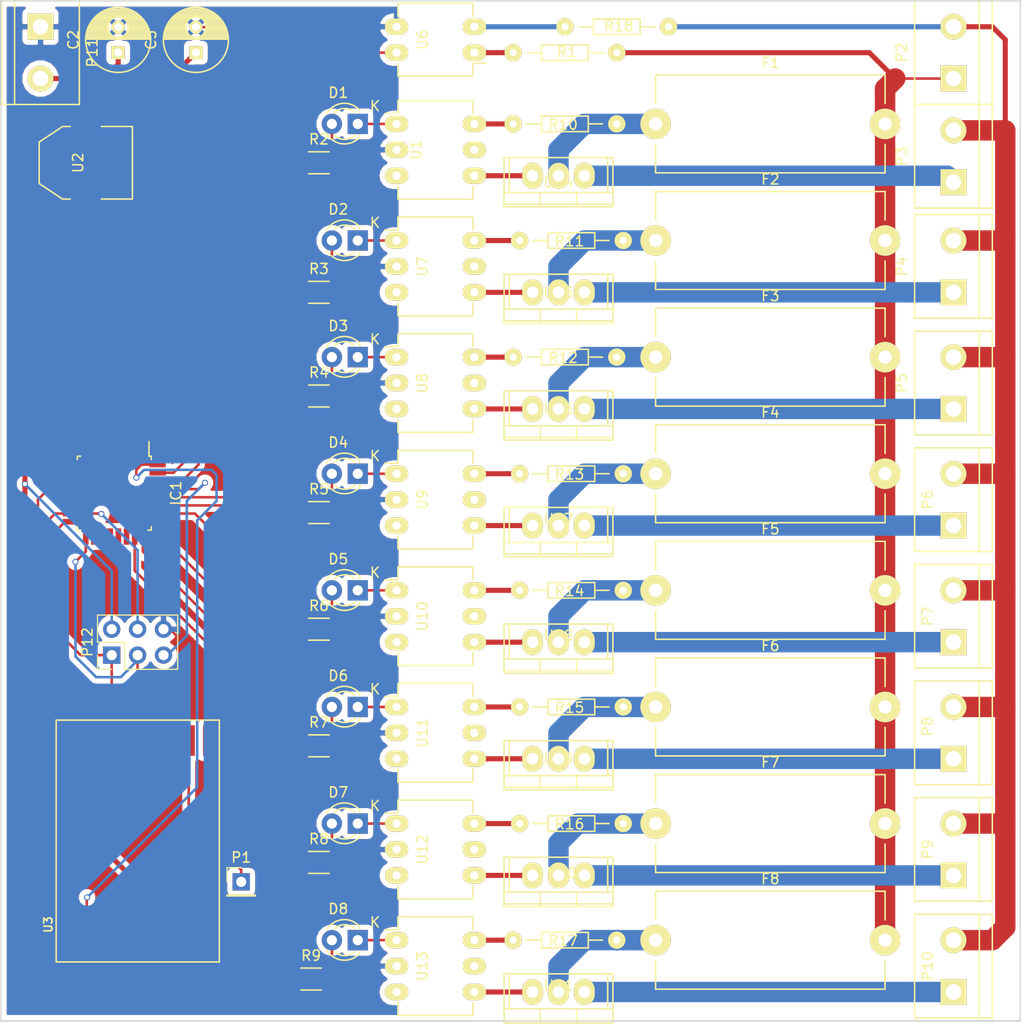
<source format=kicad_pcb>
(kicad_pcb (version 4) (host pcbnew 4.0.5-e0-6337~49~ubuntu16.04.1)
  (layers (0 F.Cu signal) (31 B.Cu signal) (34 B.Paste user) (35 F.Paste user) (36 B.SilkS user) (37 F.SilkS user) (38 B.Mask user) (39 F.Mask user) (44 Edge.Cuts user))
  (net 0 "")
  (net 1 GND)
  (net 2 VCC)
  (net 3 "Net-(D1-Pad2)")
  (net 4 "Net-(D1-Pad1)")
  (net 5 "Net-(D2-Pad2)")
  (net 6 "Net-(D2-Pad1)")
  (net 7 "Net-(D3-Pad2)")
  (net 8 "Net-(D3-Pad1)")
  (net 9 "Net-(D4-Pad2)")
  (net 10 "Net-(D4-Pad1)")
  (net 11 "Net-(D5-Pad2)")
  (net 12 "Net-(D5-Pad1)")
  (net 13 "Net-(D6-Pad2)")
  (net 14 "Net-(D6-Pad1)")
  (net 15 "Net-(D7-Pad2)")
  (net 16 "Net-(D7-Pad1)")
  (net 17 "Net-(D8-Pad2)")
  (net 18 "Net-(D8-Pad1)")
  (net 19 "Net-(F1-Pad1)")
  (net 20 /PH_IN)
  (net 21 "Net-(F2-Pad1)")
  (net 22 "Net-(F3-Pad1)")
  (net 23 "Net-(F4-Pad1)")
  (net 24 "Net-(F5-Pad1)")
  (net 25 "Net-(F6-Pad1)")
  (net 26 "Net-(F7-Pad1)")
  (net 27 "Net-(F8-Pad1)")
  (net 28 /N)
  (net 29 /PH_0)
  (net 30 /PH_1)
  (net 31 /PH_2)
  (net 32 /PH_3)
  (net 33 /PH_4)
  (net 34 /PH_5)
  (net 35 /PH_6)
  (net 36 "Net-(R1-Pad2)")
  (net 37 "Net-(R10-Pad1)")
  (net 38 "Net-(R11-Pad1)")
  (net 39 "Net-(R12-Pad1)")
  (net 40 "Net-(R13-Pad1)")
  (net 41 "Net-(R14-Pad1)")
  (net 42 "Net-(R15-Pad1)")
  (net 43 "Net-(R16-Pad1)")
  (net 44 "Net-(R17-Pad1)")
  (net 45 "Net-(U14-Pad3)")
  (net 46 "Net-(U15-Pad3)")
  (net 47 "Net-(U16-Pad3)")
  (net 48 "Net-(U17-Pad3)")
  (net 49 "Net-(U10-Pad4)")
  (net 50 "Net-(U11-Pad4)")
  (net 51 "Net-(U12-Pad4)")
  (net 52 "Net-(U13-Pad4)")
  (net 53 /C7)
  (net 54 /C6)
  (net 55 /C5)
  (net 56 /C4)
  (net 57 /C3)
  (net 58 /C2)
  (net 59 /C0)
  (net 60 /C1)
  (net 61 /PH_7)
  (net 62 /CS)
  (net 63 /SCK)
  (net 64 /ZCD)
  (net 65 "Net-(IC1-Pad21)")
  (net 66 "Net-(IC1-Pad11)")
  (net 67 /3V3)
  (net 68 "Net-(IC1-Pad2)")
  (net 69 "Net-(IC1-Pad7)")
  (net 70 "Net-(IC1-Pad8)")
  (net 71 "Net-(IC1-Pad9)")
  (net 72 "Net-(IC1-Pad10)")
  (net 73 "Net-(IC1-Pad13)")
  (net 74 "Net-(IC1-Pad14)")
  (net 75 /MOSI)
  (net 76 /MISO)
  (net 77 "Net-(IC1-Pad18)")
  (net 78 "Net-(IC1-Pad19)")
  (net 79 "Net-(IC1-Pad20)")
  (net 80 "Net-(IC1-Pad22)")
  (net 81 /IRQ)
  (net 82 "Net-(P1-Pad1)")
  (net 83 "Net-(R18-Pad2)")
  (net 84 "Net-(U3-Pad1)")
  (net 85 "Net-(U3-Pad3)")
  (net 86 "Net-(U3-Pad4)")
  (net 87 "Net-(U3-Pad5)")
  (net 88 "Net-(U3-Pad6)")
  (net 89 "Net-(U3-Pad7)")
  (net 90 "Net-(U3-Pad16)")
  (net 91 /RESET)
  (module Connect:bornier2 (layer F.Cu) (at 138.43 45.085 90)
    (fp_text reference P2 (at 0 -5.08 90) (layer F.SilkS))
    (fp_text value CONN_01X02)
    (pad 1 thru_hole rect (at -2.54 0 90) (size 2.54 2.54) (drill 1.524) (layers *.Cu *.Mask F.SilkS) (net 20 /PH_IN))
    (pad 2 thru_hole circle (at 2.54 0 90) (size 2.54 2.54) (drill 1.524) (layers *.Cu *.Mask F.SilkS) (net 28 /N))
  )
  (module Connect:bornier2 (layer F.Cu) (at 138.43 55.245 90)
    (fp_text reference P3 (at 0 -5.08 90) (layer F.SilkS))
    (fp_text value CONN_01X02)
    (pad 1 thru_hole rect (at -2.54 0 90) (size 2.54 2.54) (drill 1.524) (layers *.Cu *.Mask F.SilkS) (net 29 /PH_0))
    (pad 2 thru_hole circle (at 2.54 0 90) (size 2.54 2.54) (drill 1.524) (layers *.Cu *.Mask F.SilkS) (net 28 /N))
  )
  (module Connect:bornier2 (layer F.Cu) (at 138.43 66.04 90)
    (fp_text reference P4 (at 0 -5.08 90) (layer F.SilkS))
    (fp_text value CONN_01X02)
    (pad 1 thru_hole rect (at -2.54 0 90) (size 2.54 2.54) (drill 1.524) (layers *.Cu *.Mask F.SilkS) (net 30 /PH_1))
    (pad 2 thru_hole circle (at 2.54 0 90) (size 2.54 2.54) (drill 1.524) (layers *.Cu *.Mask F.SilkS) (net 28 /N))
  )
  (module Connect:bornier2 (layer F.Cu) (at 138.43 77.47 90)
    (fp_text reference P5 (at 0 -5.08 90) (layer F.SilkS))
    (fp_text value CONN_01X02)
    (pad 1 thru_hole rect (at -2.54 0 90) (size 2.54 2.54) (drill 1.524) (layers *.Cu *.Mask F.SilkS) (net 31 /PH_2))
    (pad 2 thru_hole circle (at 2.54 0 90) (size 2.54 2.54) (drill 1.524) (layers *.Cu *.Mask F.SilkS) (net 28 /N))
  )
  (module Connect:bornier2 (layer F.Cu) (at 138.43 88.9 90)
    (fp_text reference P6 (at 0 -2.54 90) (layer F.SilkS))
    (fp_text value CONN_01X02)
    (pad 1 thru_hole rect (at -2.54 0 90) (size 2.54 2.54) (drill 1.524) (layers *.Cu *.Mask F.SilkS) (net 32 /PH_3))
    (pad 2 thru_hole circle (at 2.54 0 90) (size 2.54 2.54) (drill 1.524) (layers *.Cu *.Mask F.SilkS) (net 28 /N))
  )
  (module Connect:bornier2 (layer F.Cu) (at 138.43 100.33 90)
    (fp_text reference P7 (at 0 -2.54 90) (layer F.SilkS))
    (fp_text value CONN_01X02)
    (pad 1 thru_hole rect (at -2.54 0 90) (size 2.54 2.54) (drill 1.524) (layers *.Cu *.Mask F.SilkS) (net 33 /PH_4))
    (pad 2 thru_hole circle (at 2.54 0 90) (size 2.54 2.54) (drill 1.524) (layers *.Cu *.Mask F.SilkS) (net 28 /N))
  )
  (module Connect:bornier2 (layer F.Cu) (at 138.43 111.76 90)
    (fp_text reference P8 (at 0.635 -2.54 90) (layer F.SilkS))
    (fp_text value CONN_01X02)
    (pad 1 thru_hole rect (at -2.54 0 90) (size 2.54 2.54) (drill 1.524) (layers *.Cu *.Mask F.SilkS) (net 34 /PH_5))
    (pad 2 thru_hole circle (at 2.54 0 90) (size 2.54 2.54) (drill 1.524) (layers *.Cu *.Mask F.SilkS) (net 28 /N))
  )
  (module Connect:bornier2 (layer F.Cu) (at 138.43 123.19 90)
    (fp_text reference P9 (at 0 -2.54 90) (layer F.SilkS))
    (fp_text value CONN_01X02)
    (pad 1 thru_hole rect (at -2.54 0 90) (size 2.54 2.54) (drill 1.524) (layers *.Cu *.Mask F.SilkS) (net 35 /PH_6))
    (pad 2 thru_hole circle (at 2.54 0 90) (size 2.54 2.54) (drill 1.524) (layers *.Cu *.Mask F.SilkS) (net 28 /N))
  )
  (module Connect:bornier2 (layer F.Cu) (at 138.43 134.62 90)
    (fp_text reference P10 (at 0 -2.54 90) (layer F.SilkS))
    (fp_text value CONN_01X02)
    (pad 1 thru_hole rect (at -2.54 0 90) (size 2.54 2.54) (drill 1.524) (layers *.Cu *.Mask F.SilkS) (net 61 /PH_7))
    (pad 2 thru_hole circle (at 2.54 0 90) (size 2.54 2.54) (drill 1.524) (layers *.Cu *.Mask F.SilkS) (net 28 /N))
  )
  (module Housings_DIP:DIP-4_W7.62mm_LongPads (layer F.Cu) (at 91.44 45.085 180)
    (fp_text reference U1 (at 5.715 -9.525 270) (layer F.SilkS))
    (fp_text value LTV-814)
    (pad 1 thru_hole oval (at 0 0 180) (size 2.3 1.6) (drill 0.8) (layers *.Cu *.Mask F.SilkS) (net 36 "Net-(R1-Pad2)"))
    (pad 2 thru_hole oval (at 0 2.54 180) (size 2.3 1.6) (drill 0.8) (layers *.Cu *.Mask F.SilkS) (net 83 "Net-(R18-Pad2)"))
    (pad 3 thru_hole oval (at 7.62 2.54 180) (size 2.3 1.6) (drill 0.8) (layers *.Cu *.Mask F.SilkS) (net 1 GND))
    (pad 4 thru_hole oval (at 7.62 0 180) (size 2.3 1.6) (drill 0.8) (layers *.Cu *.Mask F.SilkS) (net 64 /ZCD))
  )
  (module Housings_DIP:DIP-6_W7.62mm_LongPads (layer F.Cu) (at 83.82 52.07)
    (fp_text reference U6 (at 2.54 -8.255 90) (layer F.SilkS))
    (fp_text value MOC3023M)
    (pad 1 thru_hole oval (at 0 0) (size 2.3 1.6) (drill 0.8) (layers *.Cu *.Mask F.SilkS) (net 4 "Net-(D1-Pad1)"))
    (pad 2 thru_hole oval (at 0 2.54) (size 2.3 1.6) (drill 0.8) (layers *.Cu *.Mask F.SilkS) (net 1 GND))
    (pad 3 thru_hole oval (at 0 5.08) (size 2.3 1.6) (drill 0.8) (layers *.Cu *.Mask F.SilkS))
    (pad 4 thru_hole oval (at 7.62 5.08) (size 2.3 1.6) (drill 0.8) (layers *.Cu *.Mask F.SilkS) (net 45 "Net-(U14-Pad3)"))
    (pad 5 thru_hole oval (at 7.62 2.54) (size 2.3 1.6) (drill 0.8) (layers *.Cu *.Mask F.SilkS))
    (pad 6 thru_hole oval (at 7.62 0) (size 2.3 1.6) (drill 0.8) (layers *.Cu *.Mask F.SilkS) (net 37 "Net-(R10-Pad1)"))
  )
  (module Housings_DIP:DIP-6_W7.62mm_LongPads (layer F.Cu) (at 83.82 63.5)
    (fp_text reference U7 (at 2.54 2.54 90) (layer F.SilkS))
    (fp_text value MOC3023M)
    (pad 1 thru_hole oval (at 0 0) (size 2.3 1.6) (drill 0.8) (layers *.Cu *.Mask F.SilkS) (net 6 "Net-(D2-Pad1)"))
    (pad 2 thru_hole oval (at 0 2.54) (size 2.3 1.6) (drill 0.8) (layers *.Cu *.Mask F.SilkS) (net 1 GND))
    (pad 3 thru_hole oval (at 0 5.08) (size 2.3 1.6) (drill 0.8) (layers *.Cu *.Mask F.SilkS))
    (pad 4 thru_hole oval (at 7.62 5.08) (size 2.3 1.6) (drill 0.8) (layers *.Cu *.Mask F.SilkS) (net 46 "Net-(U15-Pad3)"))
    (pad 5 thru_hole oval (at 7.62 2.54) (size 2.3 1.6) (drill 0.8) (layers *.Cu *.Mask F.SilkS))
    (pad 6 thru_hole oval (at 7.62 0) (size 2.3 1.6) (drill 0.8) (layers *.Cu *.Mask F.SilkS) (net 38 "Net-(R11-Pad1)"))
  )
  (module Housings_DIP:DIP-6_W7.62mm_LongPads (layer F.Cu) (at 83.82 74.93)
    (fp_text reference U8 (at 2.54 2.54 90) (layer F.SilkS))
    (fp_text value MOC3023M)
    (pad 1 thru_hole oval (at 0 0) (size 2.3 1.6) (drill 0.8) (layers *.Cu *.Mask F.SilkS) (net 8 "Net-(D3-Pad1)"))
    (pad 2 thru_hole oval (at 0 2.54) (size 2.3 1.6) (drill 0.8) (layers *.Cu *.Mask F.SilkS) (net 1 GND))
    (pad 3 thru_hole oval (at 0 5.08) (size 2.3 1.6) (drill 0.8) (layers *.Cu *.Mask F.SilkS))
    (pad 4 thru_hole oval (at 7.62 5.08) (size 2.3 1.6) (drill 0.8) (layers *.Cu *.Mask F.SilkS) (net 47 "Net-(U16-Pad3)"))
    (pad 5 thru_hole oval (at 7.62 2.54) (size 2.3 1.6) (drill 0.8) (layers *.Cu *.Mask F.SilkS))
    (pad 6 thru_hole oval (at 7.62 0) (size 2.3 1.6) (drill 0.8) (layers *.Cu *.Mask F.SilkS) (net 39 "Net-(R12-Pad1)"))
  )
  (module Housings_DIP:DIP-6_W7.62mm_LongPads (layer F.Cu) (at 83.82 86.36)
    (fp_text reference U9 (at 2.54 2.54 90) (layer F.SilkS))
    (fp_text value MOC3023M)
    (pad 1 thru_hole oval (at 0 0) (size 2.3 1.6) (drill 0.8) (layers *.Cu *.Mask F.SilkS) (net 10 "Net-(D4-Pad1)"))
    (pad 2 thru_hole oval (at 0 2.54) (size 2.3 1.6) (drill 0.8) (layers *.Cu *.Mask F.SilkS) (net 1 GND))
    (pad 3 thru_hole oval (at 0 5.08) (size 2.3 1.6) (drill 0.8) (layers *.Cu *.Mask F.SilkS))
    (pad 4 thru_hole oval (at 7.62 5.08) (size 2.3 1.6) (drill 0.8) (layers *.Cu *.Mask F.SilkS) (net 48 "Net-(U17-Pad3)"))
    (pad 5 thru_hole oval (at 7.62 2.54) (size 2.3 1.6) (drill 0.8) (layers *.Cu *.Mask F.SilkS))
    (pad 6 thru_hole oval (at 7.62 0) (size 2.3 1.6) (drill 0.8) (layers *.Cu *.Mask F.SilkS) (net 40 "Net-(R13-Pad1)"))
  )
  (module Housings_DIP:DIP-6_W7.62mm_LongPads (layer F.Cu) (at 83.82 97.79)
    (fp_text reference U10 (at 2.54 2.54 90) (layer F.SilkS))
    (fp_text value MOC3023M)
    (pad 1 thru_hole oval (at 0 0) (size 2.3 1.6) (drill 0.8) (layers *.Cu *.Mask F.SilkS) (net 12 "Net-(D5-Pad1)"))
    (pad 2 thru_hole oval (at 0 2.54) (size 2.3 1.6) (drill 0.8) (layers *.Cu *.Mask F.SilkS) (net 1 GND))
    (pad 3 thru_hole oval (at 0 5.08) (size 2.3 1.6) (drill 0.8) (layers *.Cu *.Mask F.SilkS))
    (pad 4 thru_hole oval (at 7.62 5.08) (size 2.3 1.6) (drill 0.8) (layers *.Cu *.Mask F.SilkS) (net 49 "Net-(U10-Pad4)"))
    (pad 5 thru_hole oval (at 7.62 2.54) (size 2.3 1.6) (drill 0.8) (layers *.Cu *.Mask F.SilkS))
    (pad 6 thru_hole oval (at 7.62 0) (size 2.3 1.6) (drill 0.8) (layers *.Cu *.Mask F.SilkS) (net 41 "Net-(R14-Pad1)"))
  )
  (module Housings_DIP:DIP-6_W7.62mm_LongPads (layer F.Cu) (at 83.82 109.22)
    (fp_text reference U11 (at 2.54 2.54 90) (layer F.SilkS))
    (fp_text value MOC3023M)
    (pad 1 thru_hole oval (at 0 0) (size 2.3 1.6) (drill 0.8) (layers *.Cu *.Mask F.SilkS) (net 14 "Net-(D6-Pad1)"))
    (pad 2 thru_hole oval (at 0 2.54) (size 2.3 1.6) (drill 0.8) (layers *.Cu *.Mask F.SilkS) (net 1 GND))
    (pad 3 thru_hole oval (at 0 5.08) (size 2.3 1.6) (drill 0.8) (layers *.Cu *.Mask F.SilkS))
    (pad 4 thru_hole oval (at 7.62 5.08) (size 2.3 1.6) (drill 0.8) (layers *.Cu *.Mask F.SilkS) (net 50 "Net-(U11-Pad4)"))
    (pad 5 thru_hole oval (at 7.62 2.54) (size 2.3 1.6) (drill 0.8) (layers *.Cu *.Mask F.SilkS))
    (pad 6 thru_hole oval (at 7.62 0) (size 2.3 1.6) (drill 0.8) (layers *.Cu *.Mask F.SilkS) (net 42 "Net-(R15-Pad1)"))
  )
  (module Housings_DIP:DIP-6_W7.62mm_LongPads (layer F.Cu) (at 83.82 120.65)
    (fp_text reference U12 (at 2.54 2.54 90) (layer F.SilkS))
    (fp_text value MOC3023M)
    (pad 1 thru_hole oval (at 0 0) (size 2.3 1.6) (drill 0.8) (layers *.Cu *.Mask F.SilkS) (net 16 "Net-(D7-Pad1)"))
    (pad 2 thru_hole oval (at 0 2.54) (size 2.3 1.6) (drill 0.8) (layers *.Cu *.Mask F.SilkS) (net 1 GND))
    (pad 3 thru_hole oval (at 0 5.08) (size 2.3 1.6) (drill 0.8) (layers *.Cu *.Mask F.SilkS))
    (pad 4 thru_hole oval (at 7.62 5.08) (size 2.3 1.6) (drill 0.8) (layers *.Cu *.Mask F.SilkS) (net 51 "Net-(U12-Pad4)"))
    (pad 5 thru_hole oval (at 7.62 2.54) (size 2.3 1.6) (drill 0.8) (layers *.Cu *.Mask F.SilkS))
    (pad 6 thru_hole oval (at 7.62 0) (size 2.3 1.6) (drill 0.8) (layers *.Cu *.Mask F.SilkS) (net 43 "Net-(R16-Pad1)"))
  )
  (module Housings_DIP:DIP-6_W7.62mm_LongPads (layer F.Cu) (at 83.82 132.08)
    (fp_text reference U13 (at 2.54 2.54 90) (layer F.SilkS))
    (fp_text value MOC3023M)
    (pad 1 thru_hole oval (at 0 0) (size 2.3 1.6) (drill 0.8) (layers *.Cu *.Mask F.SilkS) (net 18 "Net-(D8-Pad1)"))
    (pad 2 thru_hole oval (at 0 2.54) (size 2.3 1.6) (drill 0.8) (layers *.Cu *.Mask F.SilkS) (net 1 GND))
    (pad 3 thru_hole oval (at 0 5.08) (size 2.3 1.6) (drill 0.8) (layers *.Cu *.Mask F.SilkS))
    (pad 4 thru_hole oval (at 7.62 5.08) (size 2.3 1.6) (drill 0.8) (layers *.Cu *.Mask F.SilkS) (net 52 "Net-(U13-Pad4)"))
    (pad 5 thru_hole oval (at 7.62 2.54) (size 2.3 1.6) (drill 0.8) (layers *.Cu *.Mask F.SilkS))
    (pad 6 thru_hole oval (at 7.62 0) (size 2.3 1.6) (drill 0.8) (layers *.Cu *.Mask F.SilkS) (net 44 "Net-(R17-Pad1)"))
  )
  (module Power_Integrations:TO-220 (layer F.Cu) (at 99.695 57.15 180)
    (fp_text reference U14 (at 0 -0.635 180) (layer F.SilkS))
    (fp_text value TRIAC_small)
    (pad 2 thru_hole oval (at 0 0 180) (size 2.032 2.54) (drill 1.143) (layers *.Cu *.Mask F.SilkS) (net 19 "Net-(F1-Pad1)"))
    (pad 3 thru_hole oval (at 2.54 0 180) (size 2.032 2.54) (drill 1.143) (layers *.Cu *.Mask F.SilkS) (net 45 "Net-(U14-Pad3)"))
    (pad 1 thru_hole oval (at -2.54 0 180) (size 2.032 2.54) (drill 1.143) (layers *.Cu *.Mask F.SilkS) (net 29 /PH_0))
  )
  (module Power_Integrations:TO-220 (layer F.Cu) (at 99.695 68.58 180)
    (fp_text reference U15 (at 0 0 180) (layer F.SilkS))
    (fp_text value TRIAC_small)
    (pad 2 thru_hole oval (at 0 0 180) (size 2.032 2.54) (drill 1.143) (layers *.Cu *.Mask F.SilkS) (net 21 "Net-(F2-Pad1)"))
    (pad 3 thru_hole oval (at 2.54 0 180) (size 2.032 2.54) (drill 1.143) (layers *.Cu *.Mask F.SilkS) (net 46 "Net-(U15-Pad3)"))
    (pad 1 thru_hole oval (at -2.54 0 180) (size 2.032 2.54) (drill 1.143) (layers *.Cu *.Mask F.SilkS) (net 30 /PH_1))
  )
  (module Power_Integrations:TO-220 (layer F.Cu) (at 99.695 80.01 180)
    (fp_text reference U16 (at 0 0 180) (layer F.SilkS))
    (fp_text value TRIAC_small)
    (pad 2 thru_hole oval (at 0 0 180) (size 2.032 2.54) (drill 1.143) (layers *.Cu *.Mask F.SilkS) (net 22 "Net-(F3-Pad1)"))
    (pad 3 thru_hole oval (at 2.54 0 180) (size 2.032 2.54) (drill 1.143) (layers *.Cu *.Mask F.SilkS) (net 47 "Net-(U16-Pad3)"))
    (pad 1 thru_hole oval (at -2.54 0 180) (size 2.032 2.54) (drill 1.143) (layers *.Cu *.Mask F.SilkS) (net 31 /PH_2))
  )
  (module Power_Integrations:TO-220 (layer F.Cu) (at 99.695 91.44 180)
    (fp_text reference U17 (at 0 0.635 180) (layer F.SilkS))
    (fp_text value TRIAC_small)
    (pad 2 thru_hole oval (at 0 0 180) (size 2.032 2.54) (drill 1.143) (layers *.Cu *.Mask F.SilkS) (net 23 "Net-(F4-Pad1)"))
    (pad 3 thru_hole oval (at 2.54 0 180) (size 2.032 2.54) (drill 1.143) (layers *.Cu *.Mask F.SilkS) (net 48 "Net-(U17-Pad3)"))
    (pad 1 thru_hole oval (at -2.54 0 180) (size 2.032 2.54) (drill 1.143) (layers *.Cu *.Mask F.SilkS) (net 32 /PH_3))
  )
  (module Power_Integrations:TO-220 (layer F.Cu) (at 99.695 102.87 180)
    (fp_text reference U18 (at 0 0.635 180) (layer F.SilkS))
    (fp_text value TRIAC_small)
    (pad 2 thru_hole oval (at 0 0 180) (size 2.032 2.54) (drill 1.143) (layers *.Cu *.Mask F.SilkS) (net 24 "Net-(F5-Pad1)"))
    (pad 3 thru_hole oval (at 2.54 0 180) (size 2.032 2.54) (drill 1.143) (layers *.Cu *.Mask F.SilkS) (net 49 "Net-(U10-Pad4)"))
    (pad 1 thru_hole oval (at -2.54 0 180) (size 2.032 2.54) (drill 1.143) (layers *.Cu *.Mask F.SilkS) (net 33 /PH_4))
  )
  (module Power_Integrations:TO-220 (layer F.Cu) (at 99.695 114.3 180)
    (fp_text reference U19 (at 0 0 180) (layer F.SilkS))
    (fp_text value TRIAC_small)
    (pad 2 thru_hole oval (at 0 0 180) (size 2.032 2.54) (drill 1.143) (layers *.Cu *.Mask F.SilkS) (net 25 "Net-(F6-Pad1)"))
    (pad 3 thru_hole oval (at 2.54 0 180) (size 2.032 2.54) (drill 1.143) (layers *.Cu *.Mask F.SilkS) (net 50 "Net-(U11-Pad4)"))
    (pad 1 thru_hole oval (at -2.54 0 180) (size 2.032 2.54) (drill 1.143) (layers *.Cu *.Mask F.SilkS) (net 34 /PH_5))
  )
  (module Power_Integrations:TO-220 (layer F.Cu) (at 99.695 125.73 180)
    (fp_text reference U20 (at -0.305 0.23 180) (layer F.SilkS))
    (fp_text value TRIAC_small)
    (pad 2 thru_hole oval (at 0 0 180) (size 2.032 2.54) (drill 1.143) (layers *.Cu *.Mask F.SilkS) (net 26 "Net-(F7-Pad1)"))
    (pad 3 thru_hole oval (at 2.54 0 180) (size 2.032 2.54) (drill 1.143) (layers *.Cu *.Mask F.SilkS) (net 51 "Net-(U12-Pad4)"))
    (pad 1 thru_hole oval (at -2.54 0 180) (size 2.032 2.54) (drill 1.143) (layers *.Cu *.Mask F.SilkS) (net 35 /PH_6))
  )
  (module Power_Integrations:TO-220 (layer F.Cu) (at 99.695 137.16 180)
    (fp_text reference U21 (at 0 0.635 180) (layer F.SilkS))
    (fp_text value TRIAC_small)
    (pad 2 thru_hole oval (at 0 0 180) (size 2.032 2.54) (drill 1.143) (layers *.Cu *.Mask F.SilkS) (net 27 "Net-(F8-Pad1)"))
    (pad 3 thru_hole oval (at 2.54 0 180) (size 2.032 2.54) (drill 1.143) (layers *.Cu *.Mask F.SilkS) (net 52 "Net-(U13-Pad4)"))
    (pad 1 thru_hole oval (at -2.54 0 180) (size 2.032 2.54) (drill 1.143) (layers *.Cu *.Mask F.SilkS) (net 61 /PH_7))
  )
  (module Capacitors_ThroughHole:C_Radial_D6.3_L11.2_P2.5 (layer F.Cu) (at 56.515 45.085 90)
    (fp_text reference C2 (at 1.25 -4.4 90) (layer F.SilkS))
    (fp_text value 100µF)
    (pad 2 thru_hole circle (at 2.5 0 90) (size 1.3 1.3) (drill 0.8) (layers *.Cu *.Mask F.SilkS) (net 1 GND))
    (pad 1 thru_hole rect (at 0 0 90) (size 1.3 1.3) (drill 0.8) (layers *.Cu *.Mask F.SilkS) (net 2 VCC))
  )
  (module Capacitors_ThroughHole:C_Radial_D6.3_L11.2_P2.5 (layer F.Cu) (at 64.135 45.085 90)
    (fp_text reference C5 (at 1.25 -4.4 90) (layer F.SilkS))
    (fp_text value 100µF)
    (pad 2 thru_hole circle (at 2.5 0 90) (size 1.3 1.3) (drill 0.8) (layers *.Cu *.Mask F.SilkS) (net 1 GND))
    (pad 1 thru_hole rect (at 0 0 90) (size 1.3 1.3) (drill 0.8) (layers *.Cu *.Mask F.SilkS) (net 67 /3V3))
  )
  (module Connect:bornier2 (layer F.Cu) (at 48.895 45.085 270)
    (fp_text reference P11 (at 0 -5.08 270) (layer F.SilkS))
    (fp_text value 5VIN)
    (pad 1 thru_hole rect (at -2.54 0 270) (size 2.54 2.54) (drill 1.524) (layers *.Cu *.Mask F.SilkS) (net 1 GND))
    (pad 2 thru_hole circle (at 2.54 0 270) (size 2.54 2.54) (drill 1.524) (layers *.Cu *.Mask F.SilkS) (net 2 VCC))
  )
  (module TO_SOT_Packages_SMD:SOT-223 (layer F.Cu) (at 53.34 55.88 90)
    (fp_text reference U2 (at 0 -0.762 90) (layer F.SilkS))
    (fp_text value AP1117D33)
    (pad 4 smd rect (at 0 -3.302 90) (size 3.6576 2.032) (layers F.Cu F.Paste F.Mask))
    (pad 2 smd rect (at 0 3.302 90) (size 1.016 2.032) (layers F.Cu F.Paste F.Mask) (net 67 /3V3))
    (pad 3 smd rect (at 2.286 3.302 90) (size 1.016 2.032) (layers F.Cu F.Paste F.Mask) (net 2 VCC))
    (pad 1 smd rect (at -2.286 3.302 90) (size 1.016 2.032) (layers F.Cu F.Paste F.Mask) (net 1 GND))
  )
  (module MyLibrary:Fuseholder5x20 (layer F.Cu) (at 109.22 52.07)
    (fp_text reference F1 (at 11.25 -6) (layer F.SilkS))
    (fp_text value F_Small)
    (pad 1 thru_hole circle (at 0 0) (size 3 3) (drill 1.3) (layers *.Cu *.Mask F.SilkS) (net 19 "Net-(F1-Pad1)"))
    (pad 2 thru_hole circle (at 22.5 0) (size 3 3) (drill 1.3) (layers *.Cu *.Mask F.SilkS) (net 20 /PH_IN))
  )
  (module MyLibrary:Fuseholder5x20 (layer F.Cu) (at 109.22 63.5)
    (fp_text reference F2 (at 11.25 -6) (layer F.SilkS))
    (fp_text value F_Small)
    (pad 1 thru_hole circle (at 0 0) (size 3 3) (drill 1.3) (layers *.Cu *.Mask F.SilkS) (net 21 "Net-(F2-Pad1)"))
    (pad 2 thru_hole circle (at 22.5 0) (size 3 3) (drill 1.3) (layers *.Cu *.Mask F.SilkS) (net 20 /PH_IN))
  )
  (module MyLibrary:Fuseholder5x20 (layer F.Cu) (at 109.22 74.93)
    (fp_text reference F3 (at 11.25 -6) (layer F.SilkS))
    (fp_text value F_Small)
    (pad 1 thru_hole circle (at 0 0) (size 3 3) (drill 1.3) (layers *.Cu *.Mask F.SilkS) (net 22 "Net-(F3-Pad1)"))
    (pad 2 thru_hole circle (at 22.5 0) (size 3 3) (drill 1.3) (layers *.Cu *.Mask F.SilkS) (net 20 /PH_IN))
  )
  (module MyLibrary:Fuseholder5x20 (layer F.Cu) (at 109.22 86.36)
    (fp_text reference F4 (at 11.25 -6) (layer F.SilkS))
    (fp_text value F_Small)
    (pad 1 thru_hole circle (at 0 0) (size 3 3) (drill 1.3) (layers *.Cu *.Mask F.SilkS) (net 23 "Net-(F4-Pad1)"))
    (pad 2 thru_hole circle (at 22.5 0) (size 3 3) (drill 1.3) (layers *.Cu *.Mask F.SilkS) (net 20 /PH_IN))
  )
  (module MyLibrary:Fuseholder5x20 (layer F.Cu) (at 109.22 97.79)
    (fp_text reference F5 (at 11.25 -6) (layer F.SilkS))
    (fp_text value F_Small)
    (pad 1 thru_hole circle (at 0 0) (size 3 3) (drill 1.3) (layers *.Cu *.Mask F.SilkS) (net 24 "Net-(F5-Pad1)"))
    (pad 2 thru_hole circle (at 22.5 0) (size 3 3) (drill 1.3) (layers *.Cu *.Mask F.SilkS) (net 20 /PH_IN))
  )
  (module MyLibrary:Fuseholder5x20 (layer F.Cu) (at 109.22 109.22)
    (fp_text reference F6 (at 11.25 -6) (layer F.SilkS))
    (fp_text value F_Small)
    (pad 1 thru_hole circle (at 0 0) (size 3 3) (drill 1.3) (layers *.Cu *.Mask F.SilkS) (net 25 "Net-(F6-Pad1)"))
    (pad 2 thru_hole circle (at 22.5 0) (size 3 3) (drill 1.3) (layers *.Cu *.Mask F.SilkS) (net 20 /PH_IN))
  )
  (module MyLibrary:Fuseholder5x20 (layer F.Cu) (at 109.22 120.65)
    (fp_text reference F7 (at 11.25 -6) (layer F.SilkS))
    (fp_text value F_Small)
    (pad 1 thru_hole circle (at 0 0) (size 3 3) (drill 1.3) (layers *.Cu *.Mask F.SilkS) (net 26 "Net-(F7-Pad1)"))
    (pad 2 thru_hole circle (at 22.5 0) (size 3 3) (drill 1.3) (layers *.Cu *.Mask F.SilkS) (net 20 /PH_IN))
  )
  (module MyLibrary:Fuseholder5x20 (layer F.Cu) (at 109.22 132.08)
    (fp_text reference F8 (at 11.25 -6) (layer F.SilkS))
    (fp_text value F_Small)
    (pad 1 thru_hole circle (at 0 0) (size 3 3) (drill 1.3) (layers *.Cu *.Mask F.SilkS) (net 27 "Net-(F8-Pad1)"))
    (pad 2 thru_hole circle (at 22.5 0) (size 3 3) (drill 1.3) (layers *.Cu *.Mask F.SilkS) (net 20 /PH_IN))
  )
  (module LEDs:LED-3MM (layer F.Cu) (at 80.01 52.07 180)
    (fp_text reference D1 (at 1.91 3.06 180) (layer F.SilkS))
    (fp_text value Led)
    (fp_text user K (at -1.69 1.74 180) (layer F.SilkS))
    (pad 1 thru_hole rect (at 0 0 270) (size 2 2) (drill 1.00076) (layers *.Cu *.Mask) (net 4 "Net-(D1-Pad1)"))
    (pad 2 thru_hole circle (at 2.54 0 180) (size 2 2) (drill 1.00076) (layers *.Cu *.Mask) (net 3 "Net-(D1-Pad2)"))
  )
  (module LEDs:LED-3MM (layer F.Cu) (at 80.01 63.5 180)
    (fp_text reference D2 (at 1.91 3.06 180) (layer F.SilkS))
    (fp_text value Led)
    (fp_text user K (at -1.69 1.74 180) (layer F.SilkS))
    (pad 1 thru_hole rect (at 0 0 270) (size 2 2) (drill 1.00076) (layers *.Cu *.Mask) (net 6 "Net-(D2-Pad1)"))
    (pad 2 thru_hole circle (at 2.54 0 180) (size 2 2) (drill 1.00076) (layers *.Cu *.Mask) (net 5 "Net-(D2-Pad2)"))
  )
  (module LEDs:LED-3MM (layer F.Cu) (at 80.01 74.93 180)
    (fp_text reference D3 (at 1.91 3.06 180) (layer F.SilkS))
    (fp_text value Led)
    (fp_text user K (at -1.69 1.74 180) (layer F.SilkS))
    (pad 1 thru_hole rect (at 0 0 270) (size 2 2) (drill 1.00076) (layers *.Cu *.Mask) (net 8 "Net-(D3-Pad1)"))
    (pad 2 thru_hole circle (at 2.54 0 180) (size 2 2) (drill 1.00076) (layers *.Cu *.Mask) (net 7 "Net-(D3-Pad2)"))
  )
  (module LEDs:LED-3MM (layer F.Cu) (at 80.01 86.36 180)
    (fp_text reference D4 (at 1.91 3.06 180) (layer F.SilkS))
    (fp_text value Led)
    (fp_text user K (at -1.69 1.74 180) (layer F.SilkS))
    (pad 1 thru_hole rect (at 0 0 270) (size 2 2) (drill 1.00076) (layers *.Cu *.Mask) (net 10 "Net-(D4-Pad1)"))
    (pad 2 thru_hole circle (at 2.54 0 180) (size 2 2) (drill 1.00076) (layers *.Cu *.Mask) (net 9 "Net-(D4-Pad2)"))
  )
  (module LEDs:LED-3MM (layer F.Cu) (at 80.01 97.79 180)
    (fp_text reference D5 (at 1.91 3.06 180) (layer F.SilkS))
    (fp_text value Led)
    (fp_text user K (at -1.69 1.74 180) (layer F.SilkS))
    (pad 1 thru_hole rect (at 0 0 270) (size 2 2) (drill 1.00076) (layers *.Cu *.Mask) (net 12 "Net-(D5-Pad1)"))
    (pad 2 thru_hole circle (at 2.54 0 180) (size 2 2) (drill 1.00076) (layers *.Cu *.Mask) (net 11 "Net-(D5-Pad2)"))
  )
  (module LEDs:LED-3MM (layer F.Cu) (at 80.01 109.22 180)
    (fp_text reference D6 (at 1.91 3.06 180) (layer F.SilkS))
    (fp_text value Led)
    (fp_text user K (at -1.69 1.74 180) (layer F.SilkS))
    (pad 1 thru_hole rect (at 0 0 270) (size 2 2) (drill 1.00076) (layers *.Cu *.Mask) (net 14 "Net-(D6-Pad1)"))
    (pad 2 thru_hole circle (at 2.54 0 180) (size 2 2) (drill 1.00076) (layers *.Cu *.Mask) (net 13 "Net-(D6-Pad2)"))
  )
  (module LEDs:LED-3MM (layer F.Cu) (at 80.01 120.65 180)
    (fp_text reference D7 (at 1.91 3.06 180) (layer F.SilkS))
    (fp_text value Led)
    (fp_text user K (at -1.69 1.74 180) (layer F.SilkS))
    (pad 1 thru_hole rect (at 0 0 270) (size 2 2) (drill 1.00076) (layers *.Cu *.Mask) (net 16 "Net-(D7-Pad1)"))
    (pad 2 thru_hole circle (at 2.54 0 180) (size 2 2) (drill 1.00076) (layers *.Cu *.Mask) (net 15 "Net-(D7-Pad2)"))
  )
  (module LEDs:LED-3MM (layer F.Cu) (at 80.01 132.08 180)
    (fp_text reference D8 (at 1.91 3.06 180) (layer F.SilkS))
    (fp_text value Led)
    (fp_text user K (at -1.69 1.74 180) (layer F.SilkS))
    (pad 1 thru_hole rect (at 0 0 270) (size 2 2) (drill 1.00076) (layers *.Cu *.Mask) (net 18 "Net-(D8-Pad1)"))
    (pad 2 thru_hole circle (at 2.54 0 180) (size 2 2) (drill 1.00076) (layers *.Cu *.Mask) (net 17 "Net-(D8-Pad2)"))
  )
  (module Housings_QFP:TQFP-32_7x7mm_Pitch0.8mm (layer F.Cu) (at 56.134 88.265 270)
    (fp_text reference IC1 (at 0 -6.05 270) (layer F.SilkS))
    (fp_text value ATMEGA328-A)
    (pad 1 smd rect (at -4.25 -2.8 270) (size 1.6 0.55) (layers F.Cu F.Paste F.Mask) (net 64 /ZCD))
    (pad 2 smd rect (at -4.25 -2 270) (size 1.6 0.55) (layers F.Cu F.Paste F.Mask) (net 68 "Net-(IC1-Pad2)"))
    (pad 3 smd rect (at -4.25 -1.2 270) (size 1.6 0.55) (layers F.Cu F.Paste F.Mask) (net 1 GND))
    (pad 4 smd rect (at -4.25 -0.4 270) (size 1.6 0.55) (layers F.Cu F.Paste F.Mask) (net 67 /3V3))
    (pad 5 smd rect (at -4.25 0.4 270) (size 1.6 0.55) (layers F.Cu F.Paste F.Mask) (net 1 GND))
    (pad 6 smd rect (at -4.25 1.2 270) (size 1.6 0.55) (layers F.Cu F.Paste F.Mask) (net 67 /3V3))
    (pad 7 smd rect (at -4.25 2 270) (size 1.6 0.55) (layers F.Cu F.Paste F.Mask) (net 69 "Net-(IC1-Pad7)"))
    (pad 8 smd rect (at -4.25 2.8 270) (size 1.6 0.55) (layers F.Cu F.Paste F.Mask) (net 70 "Net-(IC1-Pad8)"))
    (pad 9 smd rect (at -2.8 4.25) (size 1.6 0.55) (layers F.Cu F.Paste F.Mask) (net 71 "Net-(IC1-Pad9)"))
    (pad 10 smd rect (at -2 4.25) (size 1.6 0.55) (layers F.Cu F.Paste F.Mask) (net 72 "Net-(IC1-Pad10)"))
    (pad 11 smd rect (at -1.2 4.25) (size 1.6 0.55) (layers F.Cu F.Paste F.Mask) (net 66 "Net-(IC1-Pad11)"))
    (pad 12 smd rect (at -0.4 4.25) (size 1.6 0.55) (layers F.Cu F.Paste F.Mask) (net 62 /CS))
    (pad 13 smd rect (at 0.4 4.25) (size 1.6 0.55) (layers F.Cu F.Paste F.Mask) (net 73 "Net-(IC1-Pad13)"))
    (pad 14 smd rect (at 1.2 4.25) (size 1.6 0.55) (layers F.Cu F.Paste F.Mask) (net 74 "Net-(IC1-Pad14)"))
    (pad 15 smd rect (at 2 4.25) (size 1.6 0.55) (layers F.Cu F.Paste F.Mask) (net 75 /MOSI))
    (pad 16 smd rect (at 2.8 4.25) (size 1.6 0.55) (layers F.Cu F.Paste F.Mask) (net 76 /MISO))
    (pad 17 smd rect (at 4.25 2.8 270) (size 1.6 0.55) (layers F.Cu F.Paste F.Mask) (net 63 /SCK))
    (pad 18 smd rect (at 4.25 2 270) (size 1.6 0.55) (layers F.Cu F.Paste F.Mask) (net 77 "Net-(IC1-Pad18)"))
    (pad 19 smd rect (at 4.25 1.2 270) (size 1.6 0.55) (layers F.Cu F.Paste F.Mask) (net 78 "Net-(IC1-Pad19)"))
    (pad 20 smd rect (at 4.25 0.4 270) (size 1.6 0.55) (layers F.Cu F.Paste F.Mask) (net 79 "Net-(IC1-Pad20)"))
    (pad 21 smd rect (at 4.25 -0.4 270) (size 1.6 0.55) (layers F.Cu F.Paste F.Mask) (net 65 "Net-(IC1-Pad21)"))
    (pad 22 smd rect (at 4.25 -1.2 270) (size 1.6 0.55) (layers F.Cu F.Paste F.Mask) (net 80 "Net-(IC1-Pad22)"))
    (pad 23 smd rect (at 4.25 -2 270) (size 1.6 0.55) (layers F.Cu F.Paste F.Mask) (net 53 /C7))
    (pad 24 smd rect (at 4.25 -2.8 270) (size 1.6 0.55) (layers F.Cu F.Paste F.Mask) (net 54 /C6))
    (pad 25 smd rect (at 2.8 -4.25) (size 1.6 0.55) (layers F.Cu F.Paste F.Mask) (net 55 /C5))
    (pad 26 smd rect (at 2 -4.25) (size 1.6 0.55) (layers F.Cu F.Paste F.Mask) (net 56 /C4))
    (pad 27 smd rect (at 1.2 -4.25) (size 1.6 0.55) (layers F.Cu F.Paste F.Mask) (net 57 /C3))
    (pad 28 smd rect (at 0.4 -4.25) (size 1.6 0.55) (layers F.Cu F.Paste F.Mask) (net 58 /C2))
    (pad 29 smd rect (at -0.4 -4.25) (size 1.6 0.55) (layers F.Cu F.Paste F.Mask) (net 91 /RESET))
    (pad 30 smd rect (at -1.2 -4.25) (size 1.6 0.55) (layers F.Cu F.Paste F.Mask) (net 60 /C1))
    (pad 31 smd rect (at -2 -4.25) (size 1.6 0.55) (layers F.Cu F.Paste F.Mask) (net 59 /C0))
    (pad 32 smd rect (at -2.8 -4.25) (size 1.6 0.55) (layers F.Cu F.Paste F.Mask) (net 81 /IRQ))
  )
  (module Pin_Headers:Pin_Header_Straight_1x01_Pitch2.54mm (layer F.Cu) (at 68.58 126.365)
    (fp_text reference P1 (at 0 -2.39) (layer F.SilkS))
    (fp_text value CONN_01X01)
    (pad 1 thru_hole rect (at 0 0) (size 1.7 1.7) (drill 1) (layers *.Cu *.Mask) (net 82 "Net-(P1-Pad1)"))
  )
  (module Resistors_SMD:R_1206_HandSoldering (layer F.Cu) (at 76.2 55.88)
    (fp_text reference R2 (at 0 -2.3) (layer F.SilkS))
    (fp_text value 390)
    (pad 1 smd rect (at -2 0) (size 2 1.7) (layers F.Cu F.Paste F.Mask) (net 59 /C0))
    (pad 2 smd rect (at 2 0) (size 2 1.7) (layers F.Cu F.Paste F.Mask) (net 3 "Net-(D1-Pad2)"))
  )
  (module Resistors_SMD:R_1206_HandSoldering (layer F.Cu) (at 76.2 68.58)
    (fp_text reference R3 (at 0 -2.3) (layer F.SilkS))
    (fp_text value 390)
    (pad 1 smd rect (at -2 0) (size 2 1.7) (layers F.Cu F.Paste F.Mask) (net 60 /C1))
    (pad 2 smd rect (at 2 0) (size 2 1.7) (layers F.Cu F.Paste F.Mask) (net 5 "Net-(D2-Pad2)"))
  )
  (module Resistors_SMD:R_1206_HandSoldering (layer F.Cu) (at 76.2 78.74)
    (fp_text reference R4 (at 0 -2.3) (layer F.SilkS))
    (fp_text value 390)
    (pad 1 smd rect (at -2 0) (size 2 1.7) (layers F.Cu F.Paste F.Mask) (net 58 /C2))
    (pad 2 smd rect (at 2 0) (size 2 1.7) (layers F.Cu F.Paste F.Mask) (net 7 "Net-(D3-Pad2)"))
  )
  (module Resistors_SMD:R_1206_HandSoldering (layer F.Cu) (at 76.2 90.17)
    (fp_text reference R5 (at 0 -2.3) (layer F.SilkS))
    (fp_text value 390)
    (pad 1 smd rect (at -2 0) (size 2 1.7) (layers F.Cu F.Paste F.Mask) (net 57 /C3))
    (pad 2 smd rect (at 2 0) (size 2 1.7) (layers F.Cu F.Paste F.Mask) (net 9 "Net-(D4-Pad2)"))
  )
  (module Resistors_SMD:R_1206_HandSoldering (layer F.Cu) (at 76.2 101.6)
    (fp_text reference R6 (at 0 -2.3) (layer F.SilkS))
    (fp_text value 390)
    (pad 1 smd rect (at -2 0) (size 2 1.7) (layers F.Cu F.Paste F.Mask) (net 56 /C4))
    (pad 2 smd rect (at 2 0) (size 2 1.7) (layers F.Cu F.Paste F.Mask) (net 11 "Net-(D5-Pad2)"))
  )
  (module Resistors_SMD:R_1206_HandSoldering (layer F.Cu) (at 76.2 113.03)
    (fp_text reference R7 (at 0 -2.3) (layer F.SilkS))
    (fp_text value 390)
    (pad 1 smd rect (at -2 0) (size 2 1.7) (layers F.Cu F.Paste F.Mask) (net 55 /C5))
    (pad 2 smd rect (at 2 0) (size 2 1.7) (layers F.Cu F.Paste F.Mask) (net 13 "Net-(D6-Pad2)"))
  )
  (module Resistors_SMD:R_1206_HandSoldering (layer F.Cu) (at 76.2 124.46)
    (fp_text reference R8 (at 0 -2.3) (layer F.SilkS))
    (fp_text value 390)
    (pad 1 smd rect (at -2 0) (size 2 1.7) (layers F.Cu F.Paste F.Mask) (net 54 /C6))
    (pad 2 smd rect (at 2 0) (size 2 1.7) (layers F.Cu F.Paste F.Mask) (net 15 "Net-(D7-Pad2)"))
  )
  (module Resistors_SMD:R_1206_HandSoldering (layer F.Cu) (at 75.438 135.89)
    (fp_text reference R9 (at 0 -2.3) (layer F.SilkS))
    (fp_text value 390)
    (pad 1 smd rect (at -2 0) (size 2 1.7) (layers F.Cu F.Paste F.Mask) (net 53 /C7))
    (pad 2 smd rect (at 2 0) (size 2 1.7) (layers F.Cu F.Paste F.Mask) (net 17 "Net-(D8-Pad2)"))
  )
  (module Mysensors_Radio:RFM69HW_SMD_Handsoldering (layer F.Cu) (at 51.435 130.81 90)
    (fp_text reference U3 (at 0.254 -1.778 90) (layer F.SilkS) (effects (font (size 0.8 0.8) (thickness 0.16))))
    (fp_text value RFM69HW hide)
    (pad 1 smd rect (at -1.4 0 90) (size 3 1.2) (layers F.Cu F.Paste F.Mask) (net 84 "Net-(U3-Pad1)"))
    (pad 2 smd rect (at -1.4 2 90) (size 3 1.2) (layers F.Cu F.Paste F.Mask) (net 81 /IRQ))
    (pad 3 smd rect (at -1.4 4 90) (size 3 1.2) (layers F.Cu F.Paste F.Mask) (net 85 "Net-(U3-Pad3)"))
    (pad 4 smd rect (at -1.4 6 90) (size 3 1.2) (layers F.Cu F.Paste F.Mask) (net 86 "Net-(U3-Pad4)"))
    (pad 5 smd rect (at -1.4 8 90) (size 3 1.2) (layers F.Cu F.Paste F.Mask) (net 87 "Net-(U3-Pad5)"))
    (pad 6 smd rect (at -1.4 10 90) (size 3 1.2) (layers F.Cu F.Paste F.Mask) (net 88 "Net-(U3-Pad6)"))
    (pad 7 smd rect (at -1.4 12 90) (size 3 1.2) (layers F.Cu F.Paste F.Mask) (net 89 "Net-(U3-Pad7)"))
    (pad 8 smd rect (at -1.4 14 90) (size 3 1.2) (layers F.Cu F.Paste F.Mask) (net 67 /3V3))
    (pad 9 smd rect (at 18.3 14 90) (size 3 1.2) (layers F.Cu F.Paste F.Mask) (net 1 GND))
    (pad 10 smd rect (at 18.3 12 90) (size 3 1.2) (layers F.Cu F.Paste F.Mask) (net 82 "Net-(P1-Pad1)"))
    (pad 11 smd rect (at 18.3 10 90) (size 3 1.2) (layers F.Cu F.Paste F.Mask) (net 1 GND))
    (pad 12 smd rect (at 18.3 8 90) (size 3 1.2) (layers F.Cu F.Paste F.Mask) (net 63 /SCK))
    (pad 13 smd rect (at 18.3 6 90) (size 3 1.2) (layers F.Cu F.Paste F.Mask) (net 76 /MISO))
    (pad 14 smd rect (at 18.3 4 90) (size 3 1.2) (layers F.Cu F.Paste F.Mask) (net 75 /MOSI))
    (pad 15 smd rect (at 18.3 2 90) (size 3 1.2) (layers F.Cu F.Paste F.Mask) (net 62 /CS))
    (pad 16 smd rect (at 18.3 0 90) (size 3 1.2) (layers F.Cu F.Paste F.Mask) (net 90 "Net-(U3-Pad16)"))
  )
  (module Resistors_ThroughHole:RES35 (layer F.Cu) (at 105.41 45.085 180)
    (fp_text reference R1 (at 4.8895 0.0635 180) (layer F.SilkS))
    (fp_text value 100k)
    (pad 2 thru_hole circle (at 10.16052 -0.00254) (size 1.69926 1.69926) (drill 0.70104) (layers *.Cu *.Mask F.SilkS) (net 36 "Net-(R1-Pad2)"))
    (pad 1 thru_hole circle (at 0.00052 -0.00254) (size 1.69926 1.69926) (drill 0.70104) (layers *.Cu *.Mask F.SilkS) (net 20 /PH_IN))
  )
  (module Resistors_ThroughHole:RES35 (layer F.Cu) (at 95.25 52.07)
    (fp_text reference R10 (at 4.8895 0.0635) (layer F.SilkS))
    (fp_text value 4k7)
    (pad 2 thru_hole circle (at 10.16052 -0.00254 180) (size 1.69926 1.69926) (drill 0.70104) (layers *.Cu *.Mask F.SilkS) (net 19 "Net-(F1-Pad1)"))
    (pad 1 thru_hole circle (at 0.00052 -0.00254 180) (size 1.69926 1.69926) (drill 0.70104) (layers *.Cu *.Mask F.SilkS) (net 37 "Net-(R10-Pad1)"))
  )
  (module Resistors_ThroughHole:RES35 (layer F.Cu) (at 95.885 63.5)
    (fp_text reference R11 (at 4.8895 0.0635) (layer F.SilkS))
    (fp_text value 4k7)
    (pad 2 thru_hole circle (at 10.16052 -0.00254 180) (size 1.69926 1.69926) (drill 0.70104) (layers *.Cu *.Mask F.SilkS) (net 21 "Net-(F2-Pad1)"))
    (pad 1 thru_hole circle (at 0.00052 -0.00254 180) (size 1.69926 1.69926) (drill 0.70104) (layers *.Cu *.Mask F.SilkS) (net 38 "Net-(R11-Pad1)"))
  )
  (module Resistors_ThroughHole:RES35 (layer F.Cu) (at 95.25 74.93)
    (fp_text reference R12 (at 4.8895 0.0635) (layer F.SilkS))
    (fp_text value 4k7)
    (pad 2 thru_hole circle (at 10.16052 -0.00254 180) (size 1.69926 1.69926) (drill 0.70104) (layers *.Cu *.Mask F.SilkS) (net 22 "Net-(F3-Pad1)"))
    (pad 1 thru_hole circle (at 0.00052 -0.00254 180) (size 1.69926 1.69926) (drill 0.70104) (layers *.Cu *.Mask F.SilkS) (net 39 "Net-(R12-Pad1)"))
  )
  (module Resistors_ThroughHole:RES35 (layer F.Cu) (at 95.885 86.36)
    (fp_text reference R13 (at 4.8895 0.0635) (layer F.SilkS))
    (fp_text value 4k7)
    (pad 2 thru_hole circle (at 10.16052 -0.00254 180) (size 1.69926 1.69926) (drill 0.70104) (layers *.Cu *.Mask F.SilkS) (net 23 "Net-(F4-Pad1)"))
    (pad 1 thru_hole circle (at 0.00052 -0.00254 180) (size 1.69926 1.69926) (drill 0.70104) (layers *.Cu *.Mask F.SilkS) (net 40 "Net-(R13-Pad1)"))
  )
  (module Resistors_ThroughHole:RES35 (layer F.Cu) (at 95.885 97.79)
    (fp_text reference R14 (at 4.8895 0.0635) (layer F.SilkS))
    (fp_text value 4k7)
    (pad 2 thru_hole circle (at 10.16052 -0.00254 180) (size 1.69926 1.69926) (drill 0.70104) (layers *.Cu *.Mask F.SilkS) (net 24 "Net-(F5-Pad1)"))
    (pad 1 thru_hole circle (at 0.00052 -0.00254 180) (size 1.69926 1.69926) (drill 0.70104) (layers *.Cu *.Mask F.SilkS) (net 41 "Net-(R14-Pad1)"))
  )
  (module Resistors_ThroughHole:RES35 (layer F.Cu) (at 95.885 109.22)
    (fp_text reference R15 (at 4.8895 0.0635) (layer F.SilkS))
    (fp_text value 4k7)
    (pad 2 thru_hole circle (at 10.16052 -0.00254 180) (size 1.69926 1.69926) (drill 0.70104) (layers *.Cu *.Mask F.SilkS) (net 25 "Net-(F6-Pad1)"))
    (pad 1 thru_hole circle (at 0.00052 -0.00254 180) (size 1.69926 1.69926) (drill 0.70104) (layers *.Cu *.Mask F.SilkS) (net 42 "Net-(R15-Pad1)"))
  )
  (module Resistors_ThroughHole:RES35 (layer F.Cu) (at 95.885 120.65)
    (fp_text reference R16 (at 4.8895 0.0635) (layer F.SilkS))
    (fp_text value 4k7)
    (pad 2 thru_hole circle (at 10.16052 -0.00254 180) (size 1.69926 1.69926) (drill 0.70104) (layers *.Cu *.Mask F.SilkS) (net 26 "Net-(F7-Pad1)"))
    (pad 1 thru_hole circle (at 0.00052 -0.00254 180) (size 1.69926 1.69926) (drill 0.70104) (layers *.Cu *.Mask F.SilkS) (net 43 "Net-(R16-Pad1)"))
  )
  (module Resistors_ThroughHole:RES35 (layer F.Cu) (at 95.25 132.08)
    (fp_text reference R17 (at 4.8895 0.0635) (layer F.SilkS))
    (fp_text value 4k7)
    (pad 2 thru_hole circle (at 10.16052 -0.00254 180) (size 1.69926 1.69926) (drill 0.70104) (layers *.Cu *.Mask F.SilkS) (net 27 "Net-(F8-Pad1)"))
    (pad 1 thru_hole circle (at 0.00052 -0.00254 180) (size 1.69926 1.69926) (drill 0.70104) (layers *.Cu *.Mask F.SilkS) (net 44 "Net-(R17-Pad1)"))
  )
  (module Resistors_ThroughHole:RES35 (layer F.Cu) (at 110.49 42.545 180)
    (fp_text reference R18 (at 4.8895 0.0635 180) (layer F.SilkS))
    (fp_text value 100k)
    (pad 2 thru_hole circle (at 10.16052 -0.00254) (size 1.69926 1.69926) (drill 0.70104) (layers *.Cu *.Mask F.SilkS) (net 83 "Net-(R18-Pad2)"))
    (pad 1 thru_hole circle (at 0.00052 -0.00254) (size 1.69926 1.69926) (drill 0.70104) (layers *.Cu *.Mask F.SilkS) (net 28 /N))
  )
  (module Pin_Headers:Pin_Header_Straight_2x03_Pitch2.54mm (layer F.Cu) (at 55.88 104.14 90)
    (fp_text reference P12 (at 1.27 -2.39 90) (layer F.SilkS))
    (fp_text value ICSP)
    (pad 1 thru_hole rect (at 0 0 90) (size 1.7 1.7) (drill 1) (layers *.Cu *.Mask) (net 76 /MISO))
    (pad 2 thru_hole oval (at 2.54 0 90) (size 1.7 1.7) (drill 1) (layers *.Cu *.Mask) (net 67 /3V3))
    (pad 3 thru_hole oval (at 0 2.54 90) (size 1.7 1.7) (drill 1) (layers *.Cu *.Mask) (net 63 /SCK))
    (pad 4 thru_hole oval (at 2.54 2.54 90) (size 1.7 1.7) (drill 1) (layers *.Cu *.Mask) (net 75 /MOSI))
    (pad 5 thru_hole oval (at 0 5.08 90) (size 1.7 1.7) (drill 1) (layers *.Cu *.Mask) (net 91 /RESET))
    (pad 6 thru_hole oval (at 2.54 5.08 90) (size 1.7 1.7) (drill 1) (layers *.Cu *.Mask) (net 1 GND))
  )
  (gr_line (start 145 140) (end 145 40) (angle 90) (layer Edge.Cuts) (width 0.15))
  (gr_line (start 45 140) (end 45 40) (layer Edge.Cuts) (width 0.15))
  (gr_line (start 145 140) (end 45 140) (layer Edge.Cuts) (width 0.15))
  (gr_line (start 45 40) (end 145 40) (layer Edge.Cuts) (width 0.15))
  (segment (start 57.334 85.344) (end 57.334 85.414) (width 0.25) (layer F.Cu) (net 1))
  (segment (start 57.334 85.414) (end 57.023 85.725) (width 0.25) (layer F.Cu) (net 1))
  (segment (start 55.734 85.344) (end 55.753 85.344) (width 0.25) (layer F.Cu) (net 1))
  (segment (start 56.134 85.725) (end 57.023 85.725) (width 0.25) (layer F.Cu) (net 1))
  (segment (start 55.734 84.015) (end 55.734 85.344) (width 0.25) (layer F.Cu) (net 1))
  (segment (start 55.753 85.344) (end 56.134 85.725) (width 0.25) (layer F.Cu) (net 1))
  (segment (start 62.738 107.569) (end 62.992 107.569) (width 0.25) (layer F.Cu) (net 1))
  (segment (start 65.435 110.012) (end 65.435 112.51) (width 0.25) (layer F.Cu) (net 1))
  (segment (start 62.992 107.569) (end 65.435 110.012) (width 0.25) (layer F.Cu) (net 1))
  (segment (start 60.96 101.6) (end 61.595 101.6) (width 0.25) (layer F.Cu) (net 1))
  (segment (start 61.595 101.6) (end 62.738 102.743) (width 0.25) (layer F.Cu) (net 1))
  (segment (start 62.738 102.743) (end 62.738 107.569) (width 0.25) (layer F.Cu) (net 1))
  (segment (start 62.738 107.569) (end 61.435 108.872) (width 0.25) (layer F.Cu) (net 1))
  (segment (start 61.435 108.872) (end 61.435 112.51) (width 0.25) (layer F.Cu) (net 1))
  (segment (start 57.334 84.015) (end 57.334 82.366) (width 0.25) (layer F.Cu) (net 1))
  (segment (start 66.715 42.585) (end 64.135 42.585) (width 0.25) (layer F.Cu) (net 1))
  (segment (start 68.707 44.577) (end 66.715 42.585) (width 0.25) (layer F.Cu) (net 1))
  (segment (start 68.707 53.594) (end 68.707 44.577) (width 0.25) (layer F.Cu) (net 1))
  (segment (start 59.436 62.865) (end 68.707 53.594) (width 0.25) (layer F.Cu) (net 1))
  (segment (start 59.436 80.264) (end 59.436 62.865) (width 0.25) (layer F.Cu) (net 1))
  (segment (start 57.334 82.366) (end 59.436 80.264) (width 0.25) (layer F.Cu) (net 1))
  (segment (start 57.334 85.344) (end 57.334 84.015) (width 0.25) (layer F.Cu) (net 1))
  (segment (start 53.975 47.625) (end 53.975 52.197) (width 0.5) (layer F.Cu) (net 2))
  (segment (start 55.372 53.594) (end 56.642 53.594) (width 0.5) (layer F.Cu) (net 2))
  (segment (start 53.975 52.197) (end 55.372 53.594) (width 0.5) (layer F.Cu) (net 2))
  (segment (start 56.515 45.085) (end 56.515 46.355) (width 0.5) (layer F.Cu) (net 2))
  (segment (start 55.245 47.625) (end 53.975 47.625) (width 0.5) (layer F.Cu) (net 2))
  (segment (start 53.975 47.625) (end 48.895 47.625) (width 0.5) (layer F.Cu) (net 2))
  (segment (start 56.515 46.355) (end 55.245 47.625) (width 0.5) (layer F.Cu) (net 2))
  (segment (start 56.515 45.085) (end 56.515 46.0603) (width 0.25) (layer F.Cu) (net 2))
  (segment (start 55.3007 47.625) (end 48.895 47.625) (width 0.25) (layer F.Cu) (net 2))
  (segment (start 55.3007 47.2746) (end 56.515 46.0603) (width 0.25) (layer F.Cu) (net 2))
  (segment (start 55.3007 47.625) (end 55.3007 47.2746) (width 0.25) (layer F.Cu) (net 2))
  (segment (start 77.47 52.07) (end 77.47 55.15) (width 0.25) (layer F.Cu) (net 3))
  (segment (start 77.47 55.15) (end 78.2 55.88) (width 0.25) (layer F.Cu) (net 3))
  (segment (start 80.01 52.07) (end 83.82 52.07) (width 0.25) (layer F.Cu) (net 4))
  (segment (start 77.47 63.5) (end 77.47 67.85) (width 0.25) (layer F.Cu) (net 5))
  (segment (start 77.47 67.85) (end 78.2 68.58) (width 0.25) (layer F.Cu) (net 5))
  (segment (start 80.01 63.5) (end 83.82 63.5) (width 0.25) (layer F.Cu) (net 6))
  (segment (start 77.47 74.93) (end 77.47 78.01) (width 0.25) (layer F.Cu) (net 7))
  (segment (start 77.47 78.01) (end 78.2 78.74) (width 0.25) (layer F.Cu) (net 7))
  (segment (start 80.01 74.93) (end 83.82 74.93) (width 0.25) (layer F.Cu) (net 8))
  (segment (start 77.47 86.36) (end 77.47 89.44) (width 0.25) (layer F.Cu) (net 9))
  (segment (start 77.47 89.44) (end 78.2 90.17) (width 0.25) (layer F.Cu) (net 9))
  (segment (start 80.01 86.36) (end 83.82 86.36) (width 0.25) (layer F.Cu) (net 10))
  (segment (start 77.47 99.6947) (end 77.47 97.79) (width 0.25) (layer F.Cu) (net 11))
  (segment (start 78.2 100.4247) (end 77.47 99.6947) (width 0.25) (layer F.Cu) (net 11))
  (segment (start 78.2 101.6) (end 78.2 100.4247) (width 0.25) (layer F.Cu) (net 11))
  (segment (start 80.01 97.79) (end 83.82 97.79) (width 0.25) (layer F.Cu) (net 12))
  (segment (start 77.47 109.22) (end 77.47 112.3) (width 0.25) (layer F.Cu) (net 13))
  (segment (start 77.47 112.3) (end 78.2 113.03) (width 0.25) (layer F.Cu) (net 13))
  (segment (start 80.01 109.22) (end 83.82 109.22) (width 0.25) (layer F.Cu) (net 14))
  (segment (start 77.47 120.65) (end 77.47 123.73) (width 0.25) (layer F.Cu) (net 15))
  (segment (start 77.47 123.73) (end 78.2 124.46) (width 0.25) (layer F.Cu) (net 15))
  (segment (start 80.01 120.65) (end 83.82 120.65) (width 0.25) (layer F.Cu) (net 16))
  (segment (start 77.47 132.08) (end 77.47 135.858) (width 0.25) (layer F.Cu) (net 17))
  (segment (start 77.47 135.858) (end 77.438 135.89) (width 0.25) (layer F.Cu) (net 17))
  (segment (start 77.47 132.7147) (end 77.47 132.08) (width 0.25) (layer F.Cu) (net 17))
  (segment (start 80.01 132.08) (end 83.82 132.08) (width 0.25) (layer F.Cu) (net 18))
  (segment (start 105.411 52.0675) (end 105.4105 52.0675) (width 2) (layer B.Cu) (net 19))
  (segment (start 105.413 52.07) (end 105.411 52.0675) (width 2) (layer B.Cu) (net 19))
  (segment (start 109.22 52.07) (end 105.413 52.07) (width 2) (layer B.Cu) (net 19))
  (segment (start 99.695 54.61) (end 99.695 57.15) (width 2) (layer B.Cu) (net 19))
  (segment (start 102.238 52.0675) (end 99.695 54.61) (width 2) (layer B.Cu) (net 19))
  (segment (start 105.4105 52.0675) (end 102.238 52.0675) (width 2) (layer B.Cu) (net 19))
  (segment (start 132.715 47.625) (end 131.72 48.62) (width 2) (layer F.Cu) (net 20))
  (segment (start 131.72 120.65) (end 131.72 132.08) (width 2) (layer F.Cu) (net 20))
  (segment (start 131.72 109.22) (end 131.72 120.65) (width 2) (layer F.Cu) (net 20))
  (segment (start 131.72 97.79) (end 131.72 109.22) (width 2) (layer F.Cu) (net 20))
  (segment (start 131.72 86.36) (end 131.72 97.79) (width 2) (layer F.Cu) (net 20))
  (segment (start 138.43 47.625) (end 132.715 47.625) (width 0.25) (layer F.Cu) (net 20))
  (segment (start 105.409 45.0875) (end 105.4095 45.0875) (width 0.5) (layer F.Cu) (net 20))
  (segment (start 130.178 45.0875) (end 132.715 47.625) (width 0.5) (layer F.Cu) (net 20))
  (segment (start 105.4095 45.0875) (end 130.178 45.0875) (width 0.5) (layer F.Cu) (net 20))
  (segment (start 131.72 63.5) (end 131.72 74.93) (width 2) (layer F.Cu) (net 20))
  (segment (start 131.72 74.93) (end 131.72 86.36) (width 2) (layer F.Cu) (net 20))
  (segment (start 131.72 52.07) (end 131.72 48.62) (width 2) (layer F.Cu) (net 20))
  (segment (start 131.72 48.62) (end 132.715 47.625) (width 2) (layer F.Cu) (net 20))
  (segment (start 131.72 48.62) (end 131.72 52.07) (width 2) (layer F.Cu) (net 20))
  (segment (start 131.72 52.07) (end 131.72 63.5) (width 2) (layer F.Cu) (net 20))
  (segment (start 106.046 63.4975) (end 106.0455 63.4975) (width 2) (layer B.Cu) (net 21))
  (segment (start 106.048 63.5) (end 106.046 63.4975) (width 2) (layer B.Cu) (net 21))
  (segment (start 109.22 63.5) (end 106.048 63.5) (width 2) (layer B.Cu) (net 21))
  (segment (start 99.695 66.04) (end 99.695 68.58) (width 2) (layer B.Cu) (net 21))
  (segment (start 102.238 63.4975) (end 99.695 66.04) (width 2) (layer B.Cu) (net 21))
  (segment (start 106.0455 63.4975) (end 102.238 63.4975) (width 2) (layer B.Cu) (net 21))
  (segment (start 105.411 74.9275) (end 105.4105 74.9275) (width 2) (layer B.Cu) (net 22))
  (segment (start 105.413 74.93) (end 105.411 74.9275) (width 2) (layer B.Cu) (net 22))
  (segment (start 109.22 74.93) (end 105.413 74.93) (width 2) (layer B.Cu) (net 22))
  (segment (start 99.695 77.47) (end 99.695 80.01) (width 2) (layer B.Cu) (net 22))
  (segment (start 102.238 74.9275) (end 99.695 77.47) (width 2) (layer B.Cu) (net 22))
  (segment (start 105.4105 74.9275) (end 102.238 74.9275) (width 2) (layer B.Cu) (net 22))
  (segment (start 106.046 86.3575) (end 106.0455 86.3575) (width 2) (layer B.Cu) (net 23))
  (segment (start 106.048 86.36) (end 106.046 86.3575) (width 2) (layer B.Cu) (net 23))
  (segment (start 109.22 86.36) (end 106.048 86.36) (width 2) (layer B.Cu) (net 23))
  (segment (start 99.695 88.9) (end 99.695 91.44) (width 2) (layer B.Cu) (net 23))
  (segment (start 102.238 86.3575) (end 99.695 88.9) (width 2) (layer B.Cu) (net 23))
  (segment (start 106.0455 86.3575) (end 102.238 86.3575) (width 2) (layer B.Cu) (net 23))
  (segment (start 106.046 97.7875) (end 106.0455 97.7875) (width 2) (layer B.Cu) (net 24))
  (segment (start 106.048 97.79) (end 106.046 97.7875) (width 2) (layer B.Cu) (net 24))
  (segment (start 109.22 97.79) (end 106.048 97.79) (width 2) (layer B.Cu) (net 24))
  (segment (start 99.695 100.33) (end 99.695 102.87) (width 2) (layer B.Cu) (net 24))
  (segment (start 102.238 97.7875) (end 99.695 100.33) (width 2) (layer B.Cu) (net 24))
  (segment (start 106.0455 97.7875) (end 102.238 97.7875) (width 2) (layer B.Cu) (net 24))
  (segment (start 106.046 109.217) (end 106.045 109.217) (width 2) (layer B.Cu) (net 25))
  (segment (start 106.048 109.22) (end 106.046 109.217) (width 2) (layer B.Cu) (net 25))
  (segment (start 109.22 109.22) (end 106.048 109.22) (width 2) (layer B.Cu) (net 25))
  (segment (start 99.695 111.76) (end 99.695 114.3) (width 2) (layer B.Cu) (net 25))
  (segment (start 102.238 109.217) (end 99.695 111.76) (width 2) (layer B.Cu) (net 25))
  (segment (start 106.045 109.217) (end 102.238 109.217) (width 2) (layer B.Cu) (net 25))
  (segment (start 106.045 109.217) (end 106.0455 109.2175) (width 0.25) (layer B.Cu) (net 25))
  (segment (start 106.0455 109.2175) (end 106.046 109.218) (width 0.25) (layer B.Cu) (net 25))
  (segment (start 106.046 120.647) (end 106.045 120.647) (width 2) (layer B.Cu) (net 26))
  (segment (start 106.048 120.65) (end 106.046 120.647) (width 2) (layer B.Cu) (net 26))
  (segment (start 109.22 120.65) (end 106.048 120.65) (width 2) (layer B.Cu) (net 26))
  (segment (start 99.695 122.555) (end 99.695 125.73) (width 2) (layer B.Cu) (net 26))
  (segment (start 101.603 120.647) (end 99.695 122.555) (width 2) (layer B.Cu) (net 26))
  (segment (start 106.045 120.647) (end 101.603 120.647) (width 2) (layer B.Cu) (net 26))
  (segment (start 106.045 120.647) (end 106.0455 120.6475) (width 0.25) (layer B.Cu) (net 26))
  (segment (start 106.0455 120.6475) (end 106.046 120.648) (width 0.25) (layer B.Cu) (net 26))
  (segment (start 99.695 134.62) (end 99.695 137.16) (width 2) (layer B.Cu) (net 27))
  (segment (start 102.238 132.077) (end 99.695 134.62) (width 2) (layer B.Cu) (net 27))
  (segment (start 105.41 132.077) (end 102.238 132.077) (width 2) (layer B.Cu) (net 27))
  (segment (start 105.41 132.077) (end 105.41 132.078) (width 0.25) (layer B.Cu) (net 27))
  (segment (start 105.4105 132.077) (end 105.4105 132.0775) (width 0.25) (layer B.Cu) (net 27))
  (segment (start 105.411 132.077) (end 105.4105 132.077) (width 2) (layer B.Cu) (net 27))
  (segment (start 105.413 132.08) (end 105.411 132.077) (width 2) (layer B.Cu) (net 27))
  (segment (start 109.22 132.08) (end 105.413 132.08) (width 2) (layer B.Cu) (net 27))
  (segment (start 105.4105 132.077) (end 105.41 132.077) (width 2) (layer B.Cu) (net 27))
  (segment (start 143.51 43.815) (end 143.51 52.705) (width 0.5) (layer F.Cu) (net 28))
  (segment (start 142.24 42.545) (end 143.51 43.815) (width 0.5) (layer F.Cu) (net 28))
  (segment (start 138.43 42.545) (end 142.24 42.545) (width 0.5) (layer F.Cu) (net 28))
  (segment (start 138.427 42.5475) (end 138.43 42.545) (width 0.5) (layer F.Cu) (net 28))
  (segment (start 138.43 63.5) (end 143.51 63.5) (width 2) (layer F.Cu) (net 28))
  (segment (start 138.43 74.93) (end 143.51 74.93) (width 2) (layer F.Cu) (net 28))
  (segment (start 138.43 86.36) (end 143.51 86.36) (width 2) (layer F.Cu) (net 28))
  (segment (start 138.43 97.79) (end 143.51 97.79) (width 2) (layer F.Cu) (net 28))
  (segment (start 138.43 109.22) (end 143.51 109.22) (width 2) (layer F.Cu) (net 28))
  (segment (start 138.43 120.65) (end 143.51 120.65) (width 2) (layer F.Cu) (net 28))
  (segment (start 142.24 132.08) (end 138.43 132.08) (width 2) (layer F.Cu) (net 28))
  (segment (start 143.51 130.81) (end 142.24 132.08) (width 2) (layer F.Cu) (net 28))
  (segment (start 143.51 120.65) (end 143.51 130.81) (width 2) (layer F.Cu) (net 28))
  (segment (start 143.51 109.22) (end 143.51 120.65) (width 2) (layer F.Cu) (net 28))
  (segment (start 143.51 97.79) (end 143.51 109.22) (width 2) (layer F.Cu) (net 28))
  (segment (start 143.51 86.36) (end 143.51 97.79) (width 2) (layer F.Cu) (net 28))
  (segment (start 110.492 42.545) (end 110.489 42.5473) (width 0.5) (layer B.Cu) (net 28))
  (segment (start 138.43 42.545) (end 110.492 42.545) (width 0.5) (layer B.Cu) (net 28))
  (segment (start 110.489 42.5473) (end 110.489 42.5475) (width 0.5) (layer B.Cu) (net 28))
  (segment (start 138.43 52.705) (end 143.51 52.705) (width 2) (layer F.Cu) (net 28))
  (segment (start 143.51 52.705) (end 143.51 63.5) (width 2) (layer F.Cu) (net 28))
  (segment (start 143.51 63.5) (end 143.51 74.93) (width 2) (layer F.Cu) (net 28))
  (segment (start 143.51 74.93) (end 143.51 86.36) (width 2) (layer F.Cu) (net 28))
  (segment (start 110.4895 42.5474) (end 110.4895 42.5475) (width 0.25) (layer B.Cu) (net 28))
  (segment (start 110.49 42.5475) (end 110.4895 42.5474) (width 0.25) (layer B.Cu) (net 28))
  (segment (start 110.4895 42.5474) (end 110.489 42.5473) (width 0.25) (layer B.Cu) (net 28))
  (segment (start 137.795 57.15) (end 138.43 57.785) (width 2) (layer B.Cu) (net 29))
  (segment (start 102.235 57.15) (end 137.795 57.15) (width 2) (layer B.Cu) (net 29))
  (segment (start 102.235 68.58) (end 138.43 68.58) (width 2) (layer B.Cu) (net 30))
  (segment (start 138.43 80.01) (end 102.235 80.01) (width 2) (layer B.Cu) (net 31))
  (segment (start 138.43 91.44) (end 102.235 91.44) (width 2) (layer B.Cu) (net 32))
  (segment (start 102.235 102.87) (end 138.43 102.87) (width 2) (layer B.Cu) (net 33))
  (segment (start 102.235 114.3) (end 138.43 114.3) (width 2) (layer B.Cu) (net 34))
  (segment (start 102.235 125.73) (end 138.43 125.73) (width 2) (layer B.Cu) (net 35))
  (segment (start 95.247 45.085) (end 95.2495 45.0875) (width 0.25) (layer F.Cu) (net 36))
  (segment (start 91.44 45.085) (end 95.247 45.085) (width 0.5) (layer F.Cu) (net 36))
  (segment (start 95.247 45.085) (end 95.25 45.085) (width 0.5) (layer F.Cu) (net 36))
  (segment (start 95.248 52.07) (end 95.2505 52.0675) (width 0.25) (layer F.Cu) (net 37))
  (segment (start 95.25 52.07) (end 95.248 52.07) (width 0.5) (layer F.Cu) (net 37))
  (segment (start 95.248 52.07) (end 91.44 52.07) (width 0.5) (layer F.Cu) (net 37))
  (segment (start 95.883 63.5) (end 95.8855 63.4975) (width 0.25) (layer F.Cu) (net 38))
  (segment (start 91.44 63.5) (end 95.883 63.5) (width 0.5) (layer F.Cu) (net 38))
  (segment (start 95.883 63.5) (end 95.885 63.5) (width 0.5) (layer F.Cu) (net 38))
  (segment (start 95.248 74.93) (end 95.2505 74.9275) (width 0.25) (layer F.Cu) (net 39))
  (segment (start 91.44 74.93) (end 95.248 74.93) (width 0.5) (layer F.Cu) (net 39))
  (segment (start 95.248 74.93) (end 95.25 74.93) (width 0.5) (layer F.Cu) (net 39))
  (segment (start 95.883 86.36) (end 95.8855 86.3575) (width 0.25) (layer F.Cu) (net 40))
  (segment (start 91.44 86.36) (end 95.883 86.36) (width 0.5) (layer F.Cu) (net 40))
  (segment (start 95.883 86.36) (end 95.885 86.36) (width 0.5) (layer F.Cu) (net 40))
  (segment (start 95.883 97.79) (end 95.8855 97.7875) (width 0.25) (layer F.Cu) (net 41))
  (segment (start 91.44 97.79) (end 95.883 97.79) (width 0.5) (layer F.Cu) (net 41))
  (segment (start 95.883 97.79) (end 95.885 97.79) (width 0.5) (layer F.Cu) (net 41))
  (segment (start 91.44 109.22) (end 95.883 109.22) (width 0.5) (layer F.Cu) (net 42))
  (segment (start 95.883 109.22) (end 95.885 109.22) (width 0.5) (layer F.Cu) (net 42))
  (segment (start 95.883 109.22) (end 95.8855 109.218) (width 0.25) (layer F.Cu) (net 42))
  (segment (start 95.8855 109.2175) (end 95.8855 109.218) (width 0.25) (layer F.Cu) (net 42))
  (segment (start 91.44 120.65) (end 95.883 120.65) (width 0.5) (layer F.Cu) (net 43))
  (segment (start 95.883 120.65) (end 95.885 120.65) (width 0.5) (layer F.Cu) (net 43))
  (segment (start 95.883 120.65) (end 95.8855 120.648) (width 0.25) (layer F.Cu) (net 43))
  (segment (start 95.8855 120.6475) (end 95.8855 120.648) (width 0.25) (layer F.Cu) (net 43))
  (segment (start 91.44 132.08) (end 95.248 132.08) (width 0.5) (layer F.Cu) (net 44))
  (segment (start 95.248 132.08) (end 95.25 132.08) (width 0.5) (layer F.Cu) (net 44))
  (segment (start 95.248 132.08) (end 95.2505 132.078) (width 0.25) (layer F.Cu) (net 44))
  (segment (start 95.2505 132.0775) (end 95.2505 132.078) (width 0.25) (layer F.Cu) (net 44))
  (segment (start 91.44 57.15) (end 97.155 57.15) (width 0.5) (layer F.Cu) (net 45))
  (segment (start 91.44 68.58) (end 97.155 68.58) (width 0.5) (layer F.Cu) (net 46))
  (segment (start 91.44 80.01) (end 97.155 80.01) (width 0.5) (layer F.Cu) (net 47))
  (segment (start 91.44 91.44) (end 97.155 91.44) (width 0.5) (layer F.Cu) (net 48))
  (segment (start 91.44 102.87) (end 97.155 102.87) (width 0.5) (layer F.Cu) (net 49))
  (segment (start 91.44 114.3) (end 97.155 114.3) (width 0.5) (layer F.Cu) (net 50))
  (segment (start 91.44 125.73) (end 97.155 125.73) (width 0.5) (layer F.Cu) (net 51))
  (segment (start 91.44 137.16) (end 97.155 137.16) (width 0.5) (layer F.Cu) (net 52))
  (segment (start 71.3156 130.556) (end 71.3156 133.7676) (width 0.25) (layer F.Cu) (net 53))
  (segment (start 71.3156 133.7676) (end 73.438 135.89) (width 0.25) (layer F.Cu) (net 53))
  (segment (start 58.134 92.515) (end 58.134 95.853) (width 0.25) (layer F.Cu) (net 53))
  (segment (start 69.088 120.5302) (end 71.3156 122.7578) (width 0.25) (layer F.Cu) (net 53))
  (segment (start 69.088 106.807) (end 69.088 120.5302) (width 0.25) (layer F.Cu) (net 53))
  (segment (start 58.134 95.853) (end 69.088 106.807) (width 0.25) (layer F.Cu) (net 53))
  (segment (start 71.3156 130.556) (end 71.3156 122.7578) (width 0.25) (layer F.Cu) (net 53))
  (segment (start 58.934 92.515) (end 58.934 93.986) (width 0.25) (layer F.Cu) (net 54))
  (segment (start 74.2 121.571) (end 74.2 124.46) (width 0.25) (layer F.Cu) (net 54))
  (segment (start 70.612 117.983) (end 74.2 121.571) (width 0.25) (layer F.Cu) (net 54))
  (segment (start 70.612 105.664) (end 70.612 117.983) (width 0.25) (layer F.Cu) (net 54))
  (segment (start 58.934 93.986) (end 70.612 105.664) (width 0.25) (layer F.Cu) (net 54))
  (segment (start 60.384 91.065) (end 60.384 92.134) (width 0.25) (layer F.Cu) (net 55))
  (segment (start 74.2 105.95) (end 74.2 113.03) (width 0.25) (layer F.Cu) (net 55))
  (segment (start 60.384 92.134) (end 74.2 105.95) (width 0.25) (layer F.Cu) (net 55))
  (segment (start 64.0403 90.265) (end 60.384 90.265) (width 0.25) (layer F.Cu) (net 56))
  (segment (start 74.2 100.4247) (end 64.0403 90.265) (width 0.25) (layer F.Cu) (net 56))
  (segment (start 74.2 101.6) (end 74.2 100.4247) (width 0.25) (layer F.Cu) (net 56))
  (segment (start 72.1697 89.465) (end 60.384 89.465) (width 0.25) (layer F.Cu) (net 57))
  (segment (start 72.8747 90.17) (end 72.1697 89.465) (width 0.25) (layer F.Cu) (net 57))
  (segment (start 74.2 90.17) (end 72.8747 90.17) (width 0.25) (layer F.Cu) (net 57))
  (segment (start 60.384 88.665) (end 67.037 88.665) (width 0.25) (layer F.Cu) (net 58))
  (segment (start 74.2 81.502) (end 74.2 78.74) (width 0.25) (layer F.Cu) (net 58))
  (segment (start 67.037 88.665) (end 74.2 81.502) (width 0.25) (layer F.Cu) (net 58))
  (segment (start 60.384 86.265) (end 61.944 86.265) (width 0.25) (layer F.Cu) (net 59))
  (segment (start 74.2 56.991) (end 74.2 55.88) (width 0.25) (layer F.Cu) (net 59))
  (segment (start 62.992 68.199) (end 74.2 56.991) (width 0.25) (layer F.Cu) (net 59))
  (segment (start 62.992 85.217) (end 62.992 68.199) (width 0.25) (layer F.Cu) (net 59))
  (segment (start 61.944 86.265) (end 62.992 85.217) (width 0.25) (layer F.Cu) (net 59))
  (segment (start 74.2 68.58) (end 71.628 68.58) (width 0.25) (layer F.Cu) (net 60))
  (segment (start 62.795 87.065) (end 60.384 87.065) (width 0.25) (layer F.Cu) (net 60))
  (segment (start 64.389 85.471) (end 62.795 87.065) (width 0.25) (layer F.Cu) (net 60))
  (segment (start 64.389 75.819) (end 64.389 85.471) (width 0.25) (layer F.Cu) (net 60))
  (segment (start 71.628 68.58) (end 64.389 75.819) (width 0.25) (layer F.Cu) (net 60))
  (segment (start 102.235 137.16) (end 138.43 137.16) (width 2) (layer B.Cu) (net 61))
  (segment (start 53.435 112.51) (end 53.435 110.077) (width 0.25) (layer F.Cu) (net 62))
  (segment (start 48.641 105.283) (end 48.641 99.822) (width 0.25) (layer F.Cu) (net 62))
  (segment (start 53.435 110.077) (end 48.641 105.283) (width 0.25) (layer F.Cu) (net 62))
  (segment (start 51.884 87.865) (end 49.676 87.865) (width 0.25) (layer F.Cu) (net 62))
  (segment (start 49.676 87.865) (end 48.641 88.9) (width 0.25) (layer F.Cu) (net 62))
  (segment (start 48.641 88.9) (end 48.641 99.822) (width 0.25) (layer F.Cu) (net 62))
  (segment (start 58.42 104.14) (end 58.42 104.648) (width 0.25) (layer B.Cu) (net 63))
  (segment (start 58.42 104.648) (end 56.769 106.299) (width 0.25) (layer B.Cu) (net 63))
  (segment (start 53.34 93.98) (end 53.34 92.521) (width 0.25) (layer F.Cu) (net 63))
  (segment (start 53.086 94.234) (end 53.34 93.98) (width 0.25) (layer F.Cu) (net 63))
  (segment (start 52.324 94.996) (end 53.086 94.234) (width 0.25) (layer F.Cu) (net 63))
  (via (at 52.324 94.996) (size 0.6) (drill 0.4) (layers F.Cu B.Cu) (net 63))
  (segment (start 52.324 104.267) (end 52.324 94.996) (width 0.25) (layer B.Cu) (net 63))
  (segment (start 54.356 106.299) (end 52.324 104.267) (width 0.25) (layer B.Cu) (net 63))
  (segment (start 56.769 106.299) (end 54.356 106.299) (width 0.25) (layer B.Cu) (net 63))
  (segment (start 53.34 92.521) (end 53.334 92.515) (width 0.25) (layer F.Cu) (net 63))
  (segment (start 58.42 104.14) (end 58.42 106.553) (width 0.25) (layer F.Cu) (net 63))
  (segment (start 59.435 107.568) (end 59.435 112.51) (width 0.25) (layer F.Cu) (net 63))
  (segment (start 58.42 106.553) (end 59.435 107.568) (width 0.25) (layer F.Cu) (net 63))
  (segment (start 58.934 84.015) (end 58.987 84.015) (width 0.25) (layer F.Cu) (net 64))
  (segment (start 58.987 84.015) (end 61.468 81.534) (width 0.25) (layer F.Cu) (net 64))
  (segment (start 80.391 45.085) (end 83.82 45.085) (width 0.25) (layer F.Cu) (net 64))
  (segment (start 61.468 64.008) (end 80.391 45.085) (width 0.25) (layer F.Cu) (net 64))
  (segment (start 61.468 81.534) (end 61.468 64.008) (width 0.25) (layer F.Cu) (net 64))
  (segment (start 55.88 101.6) (end 55.88 95.885) (width 0.25) (layer B.Cu) (net 67))
  (segment (start 47.371 87.376) (end 47.371 86.868) (width 0.25) (layer F.Cu) (net 67))
  (via (at 47.371 87.376) (size 0.6) (drill 0.4) (layers F.Cu B.Cu) (net 67))
  (segment (start 55.88 95.885) (end 47.371 87.376) (width 0.25) (layer B.Cu) (net 67))
  (segment (start 56.534 81.407) (end 56.534 81.388) (width 0.5) (layer F.Cu) (net 67))
  (segment (start 56.534 81.388) (end 57.9833 79.9387) (width 0.5) (layer F.Cu) (net 67))
  (segment (start 56.534 81.388) (end 57.9833 79.9387) (width 0.25) (layer F.Cu) (net 67))
  (segment (start 56.534 84.015) (end 56.534 81.407) (width 0.25) (layer F.Cu) (net 67))
  (segment (start 56.642 81.534) (end 56.642 81.407) (width 0.25) (layer F.Cu) (net 67))
  (segment (start 56.642 81.515) (end 56.642 81.534) (width 0.25) (layer F.Cu) (net 67))
  (segment (start 56.534 81.407) (end 56.642 81.515) (width 0.25) (layer F.Cu) (net 67))
  (segment (start 54.934 84.015) (end 54.934 81.407) (width 0.25) (layer F.Cu) (net 67))
  (segment (start 54.864 81.534) (end 54.864 81.407) (width 0.25) (layer F.Cu) (net 67))
  (segment (start 54.864 81.477) (end 54.864 81.534) (width 0.25) (layer F.Cu) (net 67))
  (segment (start 54.934 81.407) (end 54.864 81.477) (width 0.25) (layer F.Cu) (net 67))
  (segment (start 56.642 55.88) (end 59.436 55.88) (width 0.5) (layer F.Cu) (net 67))
  (segment (start 59.436 55.88) (end 59.309 55.88) (width 0.5) (layer F.Cu) (net 67))
  (segment (start 59.309 55.88) (end 59.436 55.88) (width 0.5) (layer F.Cu) (net 67))
  (segment (start 57.9833 79.9387) (end 57.9833 61.6507) (width 0.5) (layer F.Cu) (net 67))
  (segment (start 59.436 60.198) (end 59.436 55.88) (width 0.5) (layer F.Cu) (net 67))
  (segment (start 57.9833 61.6507) (end 59.436 60.198) (width 0.5) (layer F.Cu) (net 67))
  (segment (start 59.436 49.784) (end 64.135 45.085) (width 0.5) (layer F.Cu) (net 67))
  (segment (start 59.436 55.88) (end 59.436 49.784) (width 0.5) (layer F.Cu) (net 67))
  (segment (start 56.642 81.407) (end 54.864 81.407) (width 0.5) (layer F.Cu) (net 67))
  (segment (start 54.864 81.407) (end 48.768 81.407) (width 0.5) (layer F.Cu) (net 67))
  (segment (start 48.768 81.407) (end 47.371 82.804) (width 0.5) (layer F.Cu) (net 67))
  (segment (start 47.371 82.804) (end 47.371 86.868) (width 0.5) (layer F.Cu) (net 67))
  (segment (start 47.371 86.868) (end 47.371 115.443) (width 0.5) (layer F.Cu) (net 67))
  (segment (start 47.371 115.443) (end 59.563 127.635) (width 0.5) (layer F.Cu) (net 67))
  (segment (start 59.563 127.635) (end 63.7501 127.635) (width 0.5) (layer F.Cu) (net 67))
  (segment (start 63.7501 127.635) (end 65.435 129.3199) (width 0.5) (layer F.Cu) (net 67))
  (segment (start 65.435 129.3199) (end 65.435 132.21) (width 0.5) (layer F.Cu) (net 67))
  (segment (start 65.435 132.21) (end 65.435 129.3199) (width 0.25) (layer F.Cu) (net 67))
  (segment (start 58.42 101.6) (end 58.42 93.853) (width 0.25) (layer B.Cu) (net 75))
  (segment (start 54.832 90.265) (end 51.884 90.265) (width 0.25) (layer F.Cu) (net 75))
  (segment (start 54.864 90.297) (end 54.832 90.265) (width 0.25) (layer F.Cu) (net 75))
  (via (at 54.864 90.297) (size 0.6) (drill 0.4) (layers F.Cu B.Cu) (net 75))
  (segment (start 58.42 93.853) (end 54.864 90.297) (width 0.25) (layer B.Cu) (net 75))
  (segment (start 55.435 112.51) (end 55.435 109.537) (width 0.25) (layer F.Cu) (net 75))
  (segment (start 50.324 90.265) (end 51.884 90.265) (width 0.25) (layer F.Cu) (net 75))
  (segment (start 49.53 91.059) (end 50.324 90.265) (width 0.25) (layer F.Cu) (net 75))
  (segment (start 49.53 103.632) (end 49.53 91.059) (width 0.25) (layer F.Cu) (net 75))
  (segment (start 55.435 109.537) (end 49.53 103.632) (width 0.25) (layer F.Cu) (net 75))
  (segment (start 51.884 91.065) (end 51.302 91.065) (width 0.25) (layer F.Cu) (net 76))
  (segment (start 51.302 91.065) (end 50.673 91.694) (width 0.25) (layer F.Cu) (net 76))
  (segment (start 50.673 91.694) (end 50.673 101.981) (width 0.25) (layer F.Cu) (net 76))
  (segment (start 50.673 101.981) (end 52.832 104.14) (width 0.25) (layer F.Cu) (net 76))
  (segment (start 52.832 104.14) (end 55.88 104.14) (width 0.25) (layer F.Cu) (net 76))
  (segment (start 57.435 112.51) (end 57.435 108.997) (width 0.25) (layer F.Cu) (net 76))
  (segment (start 55.88 107.442) (end 55.88 104.14) (width 0.25) (layer F.Cu) (net 76))
  (segment (start 57.435 108.997) (end 55.88 107.442) (width 0.25) (layer F.Cu) (net 76))
  (segment (start 60.384 85.465) (end 58.807 85.465) (width 0.25) (layer F.Cu) (net 81))
  (segment (start 53.435 127.921) (end 53.435 132.21) (width 0.25) (layer F.Cu) (net 81))
  (segment (start 53.467 127.889) (end 53.435 127.921) (width 0.25) (layer F.Cu) (net 81))
  (via (at 53.467 127.889) (size 0.6) (drill 0.4) (layers F.Cu B.Cu) (net 81))
  (segment (start 64.262 117.094) (end 53.467 127.889) (width 0.25) (layer B.Cu) (net 81))
  (segment (start 64.262 90.932) (end 64.262 117.094) (width 0.25) (layer B.Cu) (net 81))
  (segment (start 66.167 89.027) (end 64.262 90.932) (width 0.25) (layer B.Cu) (net 81))
  (segment (start 66.167 86.487) (end 66.167 89.027) (width 0.25) (layer B.Cu) (net 81))
  (segment (start 65.659 85.979) (end 66.167 86.487) (width 0.25) (layer B.Cu) (net 81))
  (segment (start 59.055 85.979) (end 65.659 85.979) (width 0.25) (layer B.Cu) (net 81))
  (segment (start 58.293 86.741) (end 59.055 85.979) (width 0.25) (layer B.Cu) (net 81))
  (via (at 58.293 86.741) (size 0.6) (drill 0.4) (layers F.Cu B.Cu) (net 81))
  (segment (start 58.293 85.979) (end 58.293 86.741) (width 0.25) (layer F.Cu) (net 81))
  (segment (start 58.807 85.465) (end 58.293 85.979) (width 0.25) (layer F.Cu) (net 81))
  (segment (start 63.435 120.0447) (end 68.58 125.1897) (width 0.25) (layer F.Cu) (net 82))
  (segment (start 63.435 112.51) (end 63.435 120.0447) (width 0.25) (layer F.Cu) (net 82))
  (segment (start 68.58 126.365) (end 68.58 125.1897) (width 0.25) (layer F.Cu) (net 82))
  (segment (start 100.327 42.545) (end 100.329 42.5475) (width 0.5) (layer F.Cu) (net 83))
  (segment (start 91.4425 42.5475) (end 91.44 42.545) (width 0.5) (layer B.Cu) (net 83))
  (segment (start 100.329 42.5475) (end 91.4425 42.5475) (width 0.5) (layer B.Cu) (net 83))
  (segment (start 100.33 42.5475) (end 100.3295 42.5475) (width 0.25) (layer F.Cu) (net 83))
  (segment (start 100.3295 42.5475) (end 100.329 42.5475) (width 0.25) (layer F.Cu) (net 83))
  (segment (start 100.329 42.5475) (end 100.3295 42.5475) (width 0.25) (layer B.Cu) (net 83))
  (segment (start 100.3295 42.5475) (end 100.33 42.5475) (width 0.25) (layer B.Cu) (net 83))
  (segment (start 60.96 104.14) (end 61.341 104.14) (width 0.25) (layer B.Cu) (net 91))
  (segment (start 61.341 104.14) (end 63.246 102.235) (width 0.25) (layer B.Cu) (net 91))
  (segment (start 63.246 102.235) (end 63.246 89.027) (width 0.25) (layer B.Cu) (net 91))
  (segment (start 63.246 89.027) (end 65.024 87.249) (width 0.25) (layer B.Cu) (net 91))
  (via (at 65.024 87.249) (size 0.6) (drill 0.4) (layers F.Cu B.Cu) (net 91))
  (segment (start 65.024 87.249) (end 64.408 87.865) (width 0.25) (layer F.Cu) (net 91))
  (segment (start 64.408 87.865) (end 60.384 87.865) (width 0.25) (layer F.Cu) (net 91))
  (zone (net 1) (net_name GND) (layer F.Cu) (connect_pads (clearance 0.508)) (min_thickness 0.254) (fill yes (arc_segments 16) (thermal_gap 0.508) (thermal_bridge_width 0.508))
    (polygon (pts (xy 45 140) (xy 84 140) (xy 84 40) (xy 45 40)))
  )
  (zone (net 1) (net_name GND) (layer B.Cu) (connect_pads (clearance 0.508)) (min_thickness 0.254) (fill yes (arc_segments 16) (thermal_gap 0.508) (thermal_bridge_width 0.508))
    (polygon (pts (xy 84 140) (xy 45 140) (xy 45 40) (xy 84 40)))
  )
)
</source>
